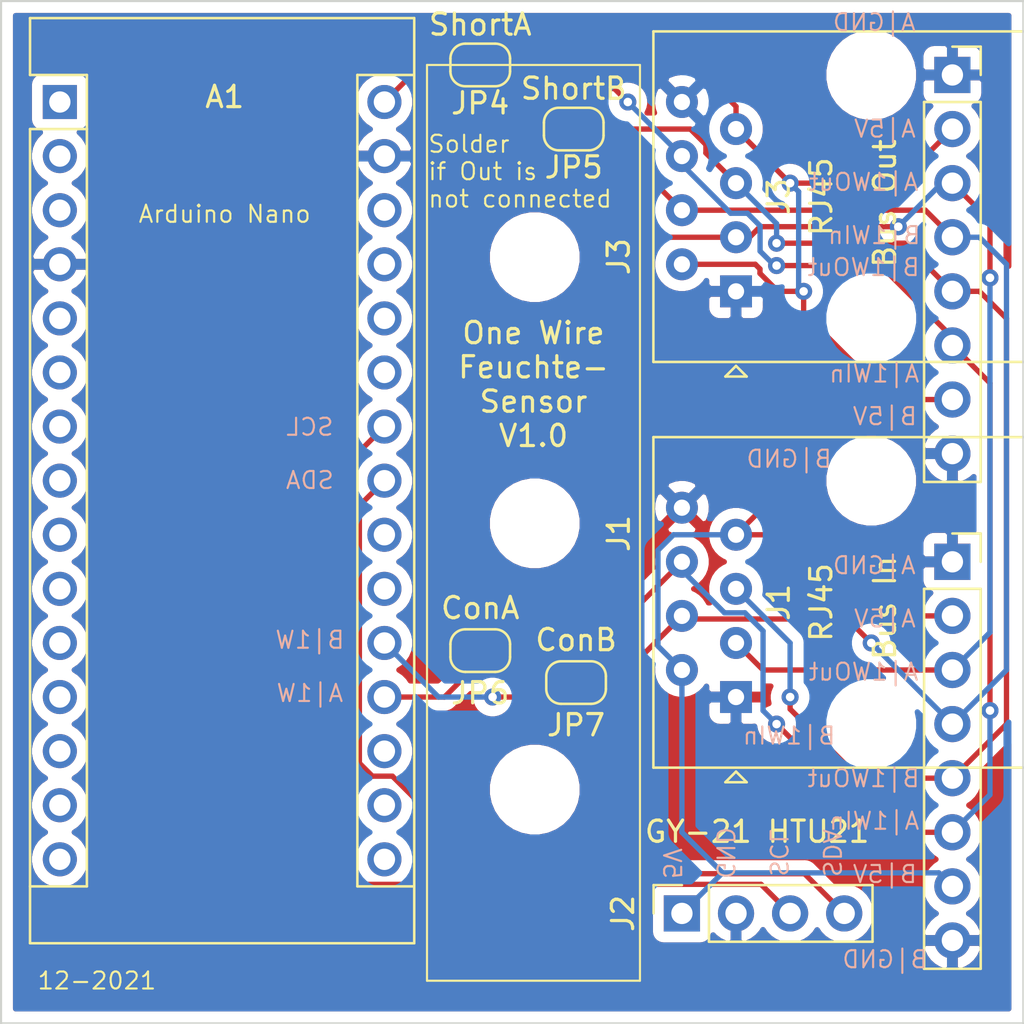
<source format=kicad_pcb>
(kicad_pcb (version 20171130) (host pcbnew 5.1.12-84ad8e8a86~92~ubuntu20.04.1)

  (general
    (thickness 1.6002)
    (drawings 38)
    (tracks 139)
    (zones 0)
    (modules 13)
    (nets 34)
  )

  (page A4)
  (title_block
    (rev 1)
  )

  (layers
    (0 Front signal hide)
    (31 Back signal hide)
    (34 B.Paste user)
    (35 F.Paste user)
    (36 B.SilkS user)
    (37 F.SilkS user)
    (38 B.Mask user)
    (39 F.Mask user)
    (44 Edge.Cuts user)
    (45 Margin user hide)
    (46 B.CrtYd user hide)
    (47 F.CrtYd user hide)
    (49 F.Fab user hide)
  )

  (setup
    (last_trace_width 0.25)
    (user_trace_width 0.1)
    (user_trace_width 0.2)
    (user_trace_width 0.5)
    (trace_clearance 0.25)
    (zone_clearance 0.508)
    (zone_45_only no)
    (trace_min 0.1)
    (via_size 0.8)
    (via_drill 0.4)
    (via_min_size 0.45)
    (via_min_drill 0.2)
    (user_via 0.45 0.2)
    (user_via 0.8 0.4)
    (uvia_size 0.8)
    (uvia_drill 0.4)
    (uvias_allowed no)
    (uvia_min_size 0)
    (uvia_min_drill 0)
    (edge_width 0.1)
    (segment_width 0.1)
    (pcb_text_width 0.3)
    (pcb_text_size 1.5 1.5)
    (mod_edge_width 0.1)
    (mod_text_size 0.8 0.8)
    (mod_text_width 0.1)
    (pad_size 1.524 1.524)
    (pad_drill 0.762)
    (pad_to_mask_clearance 0)
    (solder_mask_min_width 0.1)
    (aux_axis_origin 0 0)
    (visible_elements FFFFFF7F)
    (pcbplotparams
      (layerselection 0x010fc_ffffffff)
      (usegerberextensions false)
      (usegerberattributes false)
      (usegerberadvancedattributes false)
      (creategerberjobfile false)
      (excludeedgelayer true)
      (linewidth 0.152400)
      (plotframeref false)
      (viasonmask false)
      (mode 1)
      (useauxorigin false)
      (hpglpennumber 1)
      (hpglpenspeed 20)
      (hpglpendiameter 15.000000)
      (psnegative false)
      (psa4output false)
      (plotreference true)
      (plotvalue false)
      (plotinvisibletext false)
      (padsonsilk false)
      (subtractmaskfromsilk true)
      (outputformat 1)
      (mirror false)
      (drillshape 0)
      (scaleselection 1)
      (outputdirectory "./gerbers_for_aisler"))
  )

  (net 0 "")
  (net 1 "Net-(A1-Pad1)")
  (net 2 "Net-(A1-Pad17)")
  (net 3 "Net-(A1-Pad2)")
  (net 4 "Net-(A1-Pad18)")
  (net 5 "Net-(A1-Pad3)")
  (net 6 "Net-(A1-Pad5)")
  (net 7 "Net-(A1-Pad21)")
  (net 8 "Net-(A1-Pad6)")
  (net 9 "Net-(A1-Pad22)")
  (net 10 "Net-(A1-Pad7)")
  (net 11 /SDA)
  (net 12 "Net-(A1-Pad8)")
  (net 13 /SCL)
  (net 14 "Net-(A1-Pad9)")
  (net 15 "Net-(A1-Pad25)")
  (net 16 "Net-(A1-Pad10)")
  (net 17 "Net-(A1-Pad26)")
  (net 18 "Net-(A1-Pad11)")
  (net 19 "Net-(A1-Pad27)")
  (net 20 "Net-(A1-Pad12)")
  (net 21 "Net-(A1-Pad28)")
  (net 22 "Net-(A1-Pad13)")
  (net 23 "Net-(A1-Pad14)")
  (net 24 "Net-(A1-Pad15)")
  (net 25 "Net-(A1-Pad16)")
  (net 26 /2A-GND)
  (net 27 /2A-WireRueck)
  (net 28 /2B-WireRueck)
  (net 29 /2A-5V)
  (net 30 /2A-WireSensor)
  (net 31 /1Wire-A)
  (net 32 /1Wire-B)
  (net 33 /2B-WireSensor)

  (net_class Default "This is the default net class."
    (clearance 0.25)
    (trace_width 0.25)
    (via_dia 0.8)
    (via_drill 0.4)
    (uvia_dia 0.8)
    (uvia_drill 0.4)
    (diff_pair_width 0.25)
    (diff_pair_gap 0.25)
    (add_net /1Wire-A)
    (add_net /1Wire-B)
    (add_net /2A-5V)
    (add_net /2A-GND)
    (add_net /2A-WireRueck)
    (add_net /2A-WireSensor)
    (add_net /2B-WireRueck)
    (add_net /2B-WireSensor)
    (add_net /SCL)
    (add_net /SDA)
    (add_net "Net-(A1-Pad1)")
    (add_net "Net-(A1-Pad10)")
    (add_net "Net-(A1-Pad11)")
    (add_net "Net-(A1-Pad12)")
    (add_net "Net-(A1-Pad13)")
    (add_net "Net-(A1-Pad14)")
    (add_net "Net-(A1-Pad15)")
    (add_net "Net-(A1-Pad16)")
    (add_net "Net-(A1-Pad17)")
    (add_net "Net-(A1-Pad18)")
    (add_net "Net-(A1-Pad2)")
    (add_net "Net-(A1-Pad21)")
    (add_net "Net-(A1-Pad22)")
    (add_net "Net-(A1-Pad25)")
    (add_net "Net-(A1-Pad26)")
    (add_net "Net-(A1-Pad27)")
    (add_net "Net-(A1-Pad28)")
    (add_net "Net-(A1-Pad3)")
    (add_net "Net-(A1-Pad5)")
    (add_net "Net-(A1-Pad6)")
    (add_net "Net-(A1-Pad7)")
    (add_net "Net-(A1-Pad8)")
    (add_net "Net-(A1-Pad9)")
  )

  (net_class Min "This is the bare minimum allowed."
    (clearance 0.1)
    (trace_width 0.1)
    (via_dia 0.45)
    (via_drill 0.2)
    (uvia_dia 0.45)
    (uvia_drill 0.2)
    (diff_pair_width 0.12)
    (diff_pair_gap 0.12)
  )

  (module Module:Arduino_Nano (layer Front) (tedit 58ACAF70) (tstamp 61B017F0)
    (at 111.76 78.74)
    (descr "Arduino Nano, http://www.mouser.com/pdfdocs/Gravitech_Arduino_Nano3_0.pdf")
    (tags "Arduino Nano")
    (path /61AE8D93)
    (fp_text reference A1 (at 7.74 -0.24) (layer F.SilkS)
      (effects (font (size 1 1) (thickness 0.15)))
    )
    (fp_text value Arduino_Nano_v2.x (at 8.89 19.05 90) (layer F.Fab)
      (effects (font (size 1 1) (thickness 0.15)))
    )
    (fp_line (start 16.75 42.16) (end -1.53 42.16) (layer F.CrtYd) (width 0.05))
    (fp_line (start 16.75 42.16) (end 16.75 -4.06) (layer F.CrtYd) (width 0.05))
    (fp_line (start -1.53 -4.06) (end -1.53 42.16) (layer F.CrtYd) (width 0.05))
    (fp_line (start -1.53 -4.06) (end 16.75 -4.06) (layer F.CrtYd) (width 0.05))
    (fp_line (start 16.51 -3.81) (end 16.51 39.37) (layer F.Fab) (width 0.1))
    (fp_line (start 0 -3.81) (end 16.51 -3.81) (layer F.Fab) (width 0.1))
    (fp_line (start -1.27 -2.54) (end 0 -3.81) (layer F.Fab) (width 0.1))
    (fp_line (start -1.27 39.37) (end -1.27 -2.54) (layer F.Fab) (width 0.1))
    (fp_line (start 16.51 39.37) (end -1.27 39.37) (layer F.Fab) (width 0.1))
    (fp_line (start 16.64 -3.94) (end -1.4 -3.94) (layer F.SilkS) (width 0.12))
    (fp_line (start 16.64 39.5) (end 16.64 -3.94) (layer F.SilkS) (width 0.12))
    (fp_line (start -1.4 39.5) (end 16.64 39.5) (layer F.SilkS) (width 0.12))
    (fp_line (start 3.81 41.91) (end 3.81 31.75) (layer F.Fab) (width 0.1))
    (fp_line (start 11.43 41.91) (end 3.81 41.91) (layer F.Fab) (width 0.1))
    (fp_line (start 11.43 31.75) (end 11.43 41.91) (layer F.Fab) (width 0.1))
    (fp_line (start 3.81 31.75) (end 11.43 31.75) (layer F.Fab) (width 0.1))
    (fp_line (start 1.27 36.83) (end -1.4 36.83) (layer F.SilkS) (width 0.12))
    (fp_line (start 1.27 1.27) (end 1.27 36.83) (layer F.SilkS) (width 0.12))
    (fp_line (start 1.27 1.27) (end -1.4 1.27) (layer F.SilkS) (width 0.12))
    (fp_line (start 13.97 36.83) (end 16.64 36.83) (layer F.SilkS) (width 0.12))
    (fp_line (start 13.97 -1.27) (end 13.97 36.83) (layer F.SilkS) (width 0.12))
    (fp_line (start 13.97 -1.27) (end 16.64 -1.27) (layer F.SilkS) (width 0.12))
    (fp_line (start -1.4 -3.94) (end -1.4 -1.27) (layer F.SilkS) (width 0.12))
    (fp_line (start -1.4 1.27) (end -1.4 39.5) (layer F.SilkS) (width 0.12))
    (fp_line (start 1.27 -1.27) (end -1.4 -1.27) (layer F.SilkS) (width 0.12))
    (fp_line (start 1.27 1.27) (end 1.27 -1.27) (layer F.SilkS) (width 0.12))
    (fp_text user %R (at 6.35 19.05 90) (layer F.Fab)
      (effects (font (size 1 1) (thickness 0.15)))
    )
    (pad 1 thru_hole rect (at 0 0) (size 1.6 1.6) (drill 1) (layers *.Cu *.Mask)
      (net 1 "Net-(A1-Pad1)"))
    (pad 17 thru_hole oval (at 15.24 33.02) (size 1.6 1.6) (drill 1) (layers *.Cu *.Mask)
      (net 2 "Net-(A1-Pad17)"))
    (pad 2 thru_hole oval (at 0 2.54) (size 1.6 1.6) (drill 1) (layers *.Cu *.Mask)
      (net 3 "Net-(A1-Pad2)"))
    (pad 18 thru_hole oval (at 15.24 30.48) (size 1.6 1.6) (drill 1) (layers *.Cu *.Mask)
      (net 4 "Net-(A1-Pad18)"))
    (pad 3 thru_hole oval (at 0 5.08) (size 1.6 1.6) (drill 1) (layers *.Cu *.Mask)
      (net 5 "Net-(A1-Pad3)"))
    (pad 19 thru_hole oval (at 15.24 27.94) (size 1.6 1.6) (drill 1) (layers *.Cu *.Mask)
      (net 31 /1Wire-A))
    (pad 4 thru_hole oval (at 0 7.62) (size 1.6 1.6) (drill 1) (layers *.Cu *.Mask)
      (net 26 /2A-GND))
    (pad 20 thru_hole oval (at 15.24 25.4) (size 1.6 1.6) (drill 1) (layers *.Cu *.Mask)
      (net 32 /1Wire-B))
    (pad 5 thru_hole oval (at 0 10.16) (size 1.6 1.6) (drill 1) (layers *.Cu *.Mask)
      (net 6 "Net-(A1-Pad5)"))
    (pad 21 thru_hole oval (at 15.24 22.86) (size 1.6 1.6) (drill 1) (layers *.Cu *.Mask)
      (net 7 "Net-(A1-Pad21)"))
    (pad 6 thru_hole oval (at 0 12.7) (size 1.6 1.6) (drill 1) (layers *.Cu *.Mask)
      (net 8 "Net-(A1-Pad6)"))
    (pad 22 thru_hole oval (at 15.24 20.32) (size 1.6 1.6) (drill 1) (layers *.Cu *.Mask)
      (net 9 "Net-(A1-Pad22)"))
    (pad 7 thru_hole oval (at 0 15.24) (size 1.6 1.6) (drill 1) (layers *.Cu *.Mask)
      (net 10 "Net-(A1-Pad7)"))
    (pad 23 thru_hole oval (at 15.24 17.78) (size 1.6 1.6) (drill 1) (layers *.Cu *.Mask)
      (net 11 /SDA))
    (pad 8 thru_hole oval (at 0 17.78) (size 1.6 1.6) (drill 1) (layers *.Cu *.Mask)
      (net 12 "Net-(A1-Pad8)"))
    (pad 24 thru_hole oval (at 15.24 15.24) (size 1.6 1.6) (drill 1) (layers *.Cu *.Mask)
      (net 13 /SCL))
    (pad 9 thru_hole oval (at 0 20.32) (size 1.6 1.6) (drill 1) (layers *.Cu *.Mask)
      (net 14 "Net-(A1-Pad9)"))
    (pad 25 thru_hole oval (at 15.24 12.7) (size 1.6 1.6) (drill 1) (layers *.Cu *.Mask)
      (net 15 "Net-(A1-Pad25)"))
    (pad 10 thru_hole oval (at 0 22.86) (size 1.6 1.6) (drill 1) (layers *.Cu *.Mask)
      (net 16 "Net-(A1-Pad10)"))
    (pad 26 thru_hole oval (at 15.24 10.16) (size 1.6 1.6) (drill 1) (layers *.Cu *.Mask)
      (net 17 "Net-(A1-Pad26)"))
    (pad 11 thru_hole oval (at 0 25.4) (size 1.6 1.6) (drill 1) (layers *.Cu *.Mask)
      (net 18 "Net-(A1-Pad11)"))
    (pad 27 thru_hole oval (at 15.24 7.62) (size 1.6 1.6) (drill 1) (layers *.Cu *.Mask)
      (net 19 "Net-(A1-Pad27)"))
    (pad 12 thru_hole oval (at 0 27.94) (size 1.6 1.6) (drill 1) (layers *.Cu *.Mask)
      (net 20 "Net-(A1-Pad12)"))
    (pad 28 thru_hole oval (at 15.24 5.08) (size 1.6 1.6) (drill 1) (layers *.Cu *.Mask)
      (net 21 "Net-(A1-Pad28)"))
    (pad 13 thru_hole oval (at 0 30.48) (size 1.6 1.6) (drill 1) (layers *.Cu *.Mask)
      (net 22 "Net-(A1-Pad13)"))
    (pad 29 thru_hole oval (at 15.24 2.54) (size 1.6 1.6) (drill 1) (layers *.Cu *.Mask)
      (net 26 /2A-GND))
    (pad 14 thru_hole oval (at 0 33.02) (size 1.6 1.6) (drill 1) (layers *.Cu *.Mask)
      (net 23 "Net-(A1-Pad14)"))
    (pad 30 thru_hole oval (at 15.24 0) (size 1.6 1.6) (drill 1) (layers *.Cu *.Mask)
      (net 29 /2A-5V))
    (pad 15 thru_hole oval (at 0 35.56) (size 1.6 1.6) (drill 1) (layers *.Cu *.Mask)
      (net 24 "Net-(A1-Pad15)"))
    (pad 16 thru_hole oval (at 15.24 35.56) (size 1.6 1.6) (drill 1) (layers *.Cu *.Mask)
      (net 25 "Net-(A1-Pad16)"))
    (model ${KISYS3DMOD}/Module.3dshapes/Arduino_Nano_WithMountingHoles.wrl
      (at (xyz 0 0 0))
      (scale (xyz 1 1 1))
      (rotate (xyz 0 0 0))
    )
  )

  (module MountingHole:MountingHole_3.2mm_M3 (layer Front) (tedit 56D1B4CB) (tstamp 61B37F40)
    (at 134.06 86.025)
    (descr "Mounting Hole 3.2mm, no annular, M3")
    (tags "mounting hole 3.2mm no annular m3")
    (path /61B30BEC)
    (attr virtual)
    (fp_text reference H3 (at 0 -4.2) (layer F.SilkS) hide
      (effects (font (size 1 1) (thickness 0.15)))
    )
    (fp_text value MountingHole (at 0 4.2) (layer F.Fab) hide
      (effects (font (size 1 1) (thickness 0.15)))
    )
    (fp_circle (center 0 0) (end 3.2 0) (layer Cmts.User) (width 0.15))
    (fp_circle (center 0 0) (end 3.45 0) (layer F.CrtYd) (width 0.05))
    (fp_text user %R (at 0.3 0) (layer F.Fab)
      (effects (font (size 1 1) (thickness 0.15)))
    )
    (pad 1 np_thru_hole circle (at 0 0) (size 3.2 3.2) (drill 3.2) (layers *.Cu *.Mask))
  )

  (module MountingHole:MountingHole_3.2mm_M3 (layer Front) (tedit 56D1B4CB) (tstamp 61B37F07)
    (at 134.06 98.525)
    (descr "Mounting Hole 3.2mm, no annular, M3")
    (tags "mounting hole 3.2mm no annular m3")
    (path /61B3149B)
    (attr virtual)
    (fp_text reference H2 (at 0 -4.2) (layer F.SilkS) hide
      (effects (font (size 1 1) (thickness 0.15)))
    )
    (fp_text value MountingHole (at 0 4.2) (layer F.Fab) hide
      (effects (font (size 1 1) (thickness 0.15)))
    )
    (fp_circle (center 0 0) (end 3.45 0) (layer F.CrtYd) (width 0.05))
    (fp_circle (center 0 0) (end 3.2 0) (layer Cmts.User) (width 0.15))
    (fp_text user %R (at 0.3 0) (layer F.Fab)
      (effects (font (size 1 1) (thickness 0.15)))
    )
    (pad 1 np_thru_hole circle (at 0 0) (size 3.2 3.2) (drill 3.2) (layers *.Cu *.Mask))
  )

  (module MountingHole:MountingHole_3.2mm_M3 (layer Front) (tedit 56D1B4CB) (tstamp 61B37EF2)
    (at 134.06 111.025)
    (descr "Mounting Hole 3.2mm, no annular, M3")
    (tags "mounting hole 3.2mm no annular m3")
    (path /61B320C0)
    (attr virtual)
    (fp_text reference H1 (at 0 -4.2) (layer F.SilkS) hide
      (effects (font (size 1 1) (thickness 0.15)))
    )
    (fp_text value MountingHole (at 0 4.2) (layer F.Fab) hide
      (effects (font (size 1 1) (thickness 0.15)))
    )
    (fp_circle (center 0 0) (end 3.2 0) (layer Cmts.User) (width 0.15))
    (fp_circle (center 0 0) (end 3.45 0) (layer F.CrtYd) (width 0.05))
    (fp_text user %R (at 0.3 0) (layer F.Fab)
      (effects (font (size 1 1) (thickness 0.15)))
    )
    (pad 1 np_thru_hole circle (at 0 0) (size 3.2 3.2) (drill 3.2) (layers *.Cu *.Mask))
  )

  (module Connector_PinSocket_2.54mm:PinSocket_1x04_P2.54mm_Vertical (layer Front) (tedit 5A19A429) (tstamp 61B0182B)
    (at 140.97 116.84 90)
    (descr "Through hole straight socket strip, 1x04, 2.54mm pitch, single row (from Kicad 4.0.7), script generated")
    (tags "Through hole socket strip THT 1x04 2.54mm single row")
    (path /61AED8F8)
    (fp_text reference J2 (at 0 -2.77 90) (layer F.SilkS)
      (effects (font (size 1 1) (thickness 0.15)))
    )
    (fp_text value "GY-21 HTU21" (at 3.84 3.53 180) (layer F.SilkS)
      (effects (font (size 1 1) (thickness 0.15)))
    )
    (fp_line (start -1.8 9.4) (end -1.8 -1.8) (layer F.CrtYd) (width 0.05))
    (fp_line (start 1.75 9.4) (end -1.8 9.4) (layer F.CrtYd) (width 0.05))
    (fp_line (start 1.75 -1.8) (end 1.75 9.4) (layer F.CrtYd) (width 0.05))
    (fp_line (start -1.8 -1.8) (end 1.75 -1.8) (layer F.CrtYd) (width 0.05))
    (fp_line (start 0 -1.33) (end 1.33 -1.33) (layer F.SilkS) (width 0.12))
    (fp_line (start 1.33 -1.33) (end 1.33 0) (layer F.SilkS) (width 0.12))
    (fp_line (start 1.33 1.27) (end 1.33 8.95) (layer F.SilkS) (width 0.12))
    (fp_line (start -1.33 8.95) (end 1.33 8.95) (layer F.SilkS) (width 0.12))
    (fp_line (start -1.33 1.27) (end -1.33 8.95) (layer F.SilkS) (width 0.12))
    (fp_line (start -1.33 1.27) (end 1.33 1.27) (layer F.SilkS) (width 0.12))
    (fp_line (start -1.27 8.89) (end -1.27 -1.27) (layer F.Fab) (width 0.1))
    (fp_line (start 1.27 8.89) (end -1.27 8.89) (layer F.Fab) (width 0.1))
    (fp_line (start 1.27 -0.635) (end 1.27 8.89) (layer F.Fab) (width 0.1))
    (fp_line (start 0.635 -1.27) (end 1.27 -0.635) (layer F.Fab) (width 0.1))
    (fp_line (start -1.27 -1.27) (end 0.635 -1.27) (layer F.Fab) (width 0.1))
    (fp_text user %R (at 0 3.81) (layer F.Fab)
      (effects (font (size 1 1) (thickness 0.15)))
    )
    (pad 1 thru_hole rect (at 0 0 90) (size 1.7 1.7) (drill 1) (layers *.Cu *.Mask)
      (net 29 /2A-5V))
    (pad 2 thru_hole oval (at 0 2.54 90) (size 1.7 1.7) (drill 1) (layers *.Cu *.Mask)
      (net 26 /2A-GND))
    (pad 3 thru_hole oval (at 0 5.08 90) (size 1.7 1.7) (drill 1) (layers *.Cu *.Mask)
      (net 13 /SCL))
    (pad 4 thru_hole oval (at 0 7.62 90) (size 1.7 1.7) (drill 1) (layers *.Cu *.Mask)
      (net 11 /SDA))
    (model ${KISYS3DMOD}/Connector_PinSocket_2.54mm.3dshapes/PinSocket_1x04_P2.54mm_Vertical.wrl
      (at (xyz 0 0 0))
      (scale (xyz 1 1 1))
      (rotate (xyz 0 0 0))
    )
  )

  (module Connector_RJ:RJ45_Amphenol_54602-x08_Horizontal (layer Front) (tedit 5B103613) (tstamp 61B0184A)
    (at 143.51 87.63 90)
    (descr "8 Pol Shallow Latch Connector, Modjack, RJ45 (https://cdn.amphenol-icc.com/media/wysiwyg/files/drawing/c-bmj-0102.pdf)")
    (tags RJ45)
    (path /61B118EE)
    (fp_text reference J3 (at 1.63 -5.51 90) (layer F.SilkS)
      (effects (font (size 1 1) (thickness 0.15)))
    )
    (fp_text value RJ45 (at 4.445 4 90) (layer F.SilkS)
      (effects (font (size 1 1) (thickness 0.15)))
    )
    (fp_line (start 12.6 14.47) (end -3.71 14.47) (layer F.CrtYd) (width 0.05))
    (fp_line (start 12.6 14.47) (end 12.6 -4.27) (layer F.CrtYd) (width 0.05))
    (fp_line (start -3.71 -4.27) (end -3.71 14.47) (layer F.CrtYd) (width 0.05))
    (fp_line (start -3.71 -4.27) (end 12.6 -4.27) (layer F.CrtYd) (width 0.05))
    (fp_line (start -3.315 -3.88) (end -3.315 14.08) (layer F.SilkS) (width 0.12))
    (fp_line (start 12.205 -3.88) (end -3.315 -3.88) (layer F.SilkS) (width 0.12))
    (fp_line (start 12.205 -3.88) (end 12.205 14.08) (layer F.SilkS) (width 0.12))
    (fp_line (start -3.315 14.08) (end 12.205 14.08) (layer F.SilkS) (width 0.12))
    (fp_line (start -3.205 -2.77) (end -2.205 -3.77) (layer F.Fab) (width 0.12))
    (fp_line (start -2.205 -3.77) (end 12.095 -3.77) (layer F.Fab) (width 0.12))
    (fp_line (start 12.095 -3.77) (end 12.095 13.97) (layer F.Fab) (width 0.12))
    (fp_line (start 12.095 13.97) (end -3.205 13.97) (layer F.Fab) (width 0.12))
    (fp_line (start -3.205 13.97) (end -3.205 -2.77) (layer F.Fab) (width 0.12))
    (fp_line (start -3.5 0) (end -4 -0.5) (layer F.SilkS) (width 0.12))
    (fp_line (start -4 -0.5) (end -4 0.5) (layer F.SilkS) (width 0.12))
    (fp_line (start -4 0.5) (end -3.5 0) (layer F.SilkS) (width 0.12))
    (fp_text user %R (at 4.445 2 90) (layer F.SilkS)
      (effects (font (size 1 1) (thickness 0.15)))
    )
    (pad "" np_thru_hole circle (at 10.16 6.35 90) (size 3.2 3.2) (drill 3.2) (layers *.Cu *.Mask))
    (pad "" np_thru_hole circle (at -1.27 6.35 90) (size 3.2 3.2) (drill 3.2) (layers *.Cu *.Mask))
    (pad 1 thru_hole rect (at 0 0 90) (size 1.5 1.5) (drill 0.76) (layers *.Cu *.Mask)
      (net 26 /2A-GND))
    (pad 2 thru_hole circle (at 1.27 -2.54 90) (size 1.5 1.5) (drill 0.76) (layers *.Cu *.Mask)
      (net 29 /2A-5V))
    (pad 3 thru_hole circle (at 2.54 0 90) (size 1.5 1.5) (drill 0.76) (layers *.Cu *.Mask)
      (net 27 /2A-WireRueck))
    (pad 4 thru_hole circle (at 3.81 -2.54 90) (size 1.5 1.5) (drill 0.76) (layers *.Cu *.Mask)
      (net 33 /2B-WireSensor))
    (pad 5 thru_hole circle (at 5.08 0 90) (size 1.5 1.5) (drill 0.76) (layers *.Cu *.Mask)
      (net 28 /2B-WireRueck))
    (pad 6 thru_hole circle (at 6.35 -2.54 90) (size 1.5 1.5) (drill 0.76) (layers *.Cu *.Mask)
      (net 30 /2A-WireSensor))
    (pad 7 thru_hole circle (at 7.62 0 90) (size 1.5 1.5) (drill 0.76) (layers *.Cu *.Mask)
      (net 29 /2A-5V))
    (pad 8 thru_hole circle (at 8.89 -2.54 90) (size 1.5 1.5) (drill 0.76) (layers *.Cu *.Mask)
      (net 26 /2A-GND))
    (model ${KISYS3DMOD}/Connector_RJ.3dshapes/RJ45_Amphenol_54602-x08_Horizontal.wrl
      (at (xyz 0 0 0))
      (scale (xyz 1 1 1))
      (rotate (xyz 0 0 0))
    )
  )

  (module Jumper:SolderJumper-2_P1.3mm_Open_RoundedPad1.0x1.5mm (layer Front) (tedit 5B391E66) (tstamp 61B0185C)
    (at 131.5 77 180)
    (descr "SMD Solder Jumper, 1x1.5mm, rounded Pads, 0.3mm gap, open")
    (tags "solder jumper open")
    (path /61B2264C)
    (attr virtual)
    (fp_text reference JP4 (at 0 -1.8) (layer F.SilkS)
      (effects (font (size 1 1) (thickness 0.15)))
    )
    (fp_text value ShortA (at 0 1.9) (layer F.SilkS)
      (effects (font (size 1 1) (thickness 0.15)))
    )
    (fp_line (start -1.4 0.3) (end -1.4 -0.3) (layer F.SilkS) (width 0.12))
    (fp_line (start 0.7 1) (end -0.7 1) (layer F.SilkS) (width 0.12))
    (fp_line (start 1.4 -0.3) (end 1.4 0.3) (layer F.SilkS) (width 0.12))
    (fp_line (start -0.7 -1) (end 0.7 -1) (layer F.SilkS) (width 0.12))
    (fp_line (start -1.65 -1.25) (end 1.65 -1.25) (layer F.CrtYd) (width 0.05))
    (fp_line (start -1.65 -1.25) (end -1.65 1.25) (layer F.CrtYd) (width 0.05))
    (fp_line (start 1.65 1.25) (end 1.65 -1.25) (layer F.CrtYd) (width 0.05))
    (fp_line (start 1.65 1.25) (end -1.65 1.25) (layer F.CrtYd) (width 0.05))
    (fp_arc (start -0.7 -0.3) (end -0.7 -1) (angle -90) (layer F.SilkS) (width 0.12))
    (fp_arc (start -0.7 0.3) (end -1.4 0.3) (angle -90) (layer F.SilkS) (width 0.12))
    (fp_arc (start 0.7 0.3) (end 0.7 1) (angle -90) (layer F.SilkS) (width 0.12))
    (fp_arc (start 0.7 -0.3) (end 1.4 -0.3) (angle -90) (layer F.SilkS) (width 0.12))
    (pad 2 smd custom (at 0.65 0 180) (size 1 0.5) (layers Front F.Mask)
      (net 27 /2A-WireRueck) (zone_connect 2)
      (options (clearance outline) (anchor rect))
      (primitives
        (gr_circle (center 0 0.25) (end 0.5 0.25) (width 0))
        (gr_circle (center 0 -0.25) (end 0.5 -0.25) (width 0))
        (gr_poly (pts
           (xy 0 -0.75) (xy -0.5 -0.75) (xy -0.5 0.75) (xy 0 0.75)) (width 0))
      ))
    (pad 1 smd custom (at -0.65 0 180) (size 1 0.5) (layers Front F.Mask)
      (net 30 /2A-WireSensor) (zone_connect 2)
      (options (clearance outline) (anchor rect))
      (primitives
        (gr_circle (center 0 0.25) (end 0.5 0.25) (width 0))
        (gr_circle (center 0 -0.25) (end 0.5 -0.25) (width 0))
        (gr_poly (pts
           (xy 0 -0.75) (xy 0.5 -0.75) (xy 0.5 0.75) (xy 0 0.75)) (width 0))
      ))
  )

  (module Jumper:SolderJumper-2_P1.3mm_Open_RoundedPad1.0x1.5mm (layer Front) (tedit 5B391E66) (tstamp 61B0186E)
    (at 135.89 80.01 180)
    (descr "SMD Solder Jumper, 1x1.5mm, rounded Pads, 0.3mm gap, open")
    (tags "solder jumper open")
    (path /61B1D460)
    (attr virtual)
    (fp_text reference JP5 (at 0 -1.8) (layer F.SilkS)
      (effects (font (size 1 1) (thickness 0.15)))
    )
    (fp_text value ShortB (at 0 1.9) (layer F.SilkS)
      (effects (font (size 1 1) (thickness 0.15)))
    )
    (fp_line (start 1.65 1.25) (end -1.65 1.25) (layer F.CrtYd) (width 0.05))
    (fp_line (start 1.65 1.25) (end 1.65 -1.25) (layer F.CrtYd) (width 0.05))
    (fp_line (start -1.65 -1.25) (end -1.65 1.25) (layer F.CrtYd) (width 0.05))
    (fp_line (start -1.65 -1.25) (end 1.65 -1.25) (layer F.CrtYd) (width 0.05))
    (fp_line (start -0.7 -1) (end 0.7 -1) (layer F.SilkS) (width 0.12))
    (fp_line (start 1.4 -0.3) (end 1.4 0.3) (layer F.SilkS) (width 0.12))
    (fp_line (start 0.7 1) (end -0.7 1) (layer F.SilkS) (width 0.12))
    (fp_line (start -1.4 0.3) (end -1.4 -0.3) (layer F.SilkS) (width 0.12))
    (fp_arc (start 0.7 -0.3) (end 1.4 -0.3) (angle -90) (layer F.SilkS) (width 0.12))
    (fp_arc (start 0.7 0.3) (end 0.7 1) (angle -90) (layer F.SilkS) (width 0.12))
    (fp_arc (start -0.7 0.3) (end -1.4 0.3) (angle -90) (layer F.SilkS) (width 0.12))
    (fp_arc (start -0.7 -0.3) (end -0.7 -1) (angle -90) (layer F.SilkS) (width 0.12))
    (pad 1 smd custom (at -0.65 0 180) (size 1 0.5) (layers Front F.Mask)
      (net 28 /2B-WireRueck) (zone_connect 2)
      (options (clearance outline) (anchor rect))
      (primitives
        (gr_circle (center 0 0.25) (end 0.5 0.25) (width 0))
        (gr_circle (center 0 -0.25) (end 0.5 -0.25) (width 0))
        (gr_poly (pts
           (xy 0 -0.75) (xy 0.5 -0.75) (xy 0.5 0.75) (xy 0 0.75)) (width 0))
      ))
    (pad 2 smd custom (at 0.65 0 180) (size 1 0.5) (layers Front F.Mask)
      (net 33 /2B-WireSensor) (zone_connect 2)
      (options (clearance outline) (anchor rect))
      (primitives
        (gr_circle (center 0 0.25) (end 0.5 0.25) (width 0))
        (gr_circle (center 0 -0.25) (end 0.5 -0.25) (width 0))
        (gr_poly (pts
           (xy 0 -0.75) (xy -0.5 -0.75) (xy -0.5 0.75) (xy 0 0.75)) (width 0))
      ))
  )

  (module Connector_RJ:RJ45_Amphenol_54602-x08_Horizontal (layer Front) (tedit 5B103613) (tstamp 61B01B65)
    (at 143.51 106.68 90)
    (descr "8 Pol Shallow Latch Connector, Modjack, RJ45 (https://cdn.amphenol-icc.com/media/wysiwyg/files/drawing/c-bmj-0102.pdf)")
    (tags RJ45)
    (path /61AEC3EF)
    (fp_text reference J1 (at 7.68 -5.51 90) (layer F.SilkS)
      (effects (font (size 1 1) (thickness 0.15)))
    )
    (fp_text value RJ45 (at 4.445 4 90) (layer F.SilkS)
      (effects (font (size 1 1) (thickness 0.15)))
    )
    (fp_line (start 12.6 14.47) (end -3.71 14.47) (layer F.CrtYd) (width 0.05))
    (fp_line (start 12.6 14.47) (end 12.6 -4.27) (layer F.CrtYd) (width 0.05))
    (fp_line (start -3.71 -4.27) (end -3.71 14.47) (layer F.CrtYd) (width 0.05))
    (fp_line (start -3.71 -4.27) (end 12.6 -4.27) (layer F.CrtYd) (width 0.05))
    (fp_line (start -3.315 -3.88) (end -3.315 14.08) (layer F.SilkS) (width 0.12))
    (fp_line (start 12.205 -3.88) (end -3.315 -3.88) (layer F.SilkS) (width 0.12))
    (fp_line (start 12.205 -3.88) (end 12.205 14.08) (layer F.SilkS) (width 0.12))
    (fp_line (start -3.315 14.08) (end 12.205 14.08) (layer F.SilkS) (width 0.12))
    (fp_line (start -3.205 -2.77) (end -2.205 -3.77) (layer F.Fab) (width 0.12))
    (fp_line (start -2.205 -3.77) (end 12.095 -3.77) (layer F.Fab) (width 0.12))
    (fp_line (start 12.095 -3.77) (end 12.095 13.97) (layer F.Fab) (width 0.12))
    (fp_line (start 12.095 13.97) (end -3.205 13.97) (layer F.Fab) (width 0.12))
    (fp_line (start -3.205 13.97) (end -3.205 -2.77) (layer F.Fab) (width 0.12))
    (fp_line (start -3.5 0) (end -4 -0.5) (layer F.SilkS) (width 0.12))
    (fp_line (start -4 -0.5) (end -4 0.5) (layer F.SilkS) (width 0.12))
    (fp_line (start -4 0.5) (end -3.5 0) (layer F.SilkS) (width 0.12))
    (fp_text user %R (at 4.445 2 90) (layer F.SilkS)
      (effects (font (size 1 1) (thickness 0.15)))
    )
    (pad "" np_thru_hole circle (at 10.16 6.35 90) (size 3.2 3.2) (drill 3.2) (layers *.Cu *.Mask))
    (pad "" np_thru_hole circle (at -1.27 6.35 90) (size 3.2 3.2) (drill 3.2) (layers *.Cu *.Mask))
    (pad 1 thru_hole rect (at 0 0 90) (size 1.5 1.5) (drill 0.76) (layers *.Cu *.Mask)
      (net 26 /2A-GND))
    (pad 2 thru_hole circle (at 1.27 -2.54 90) (size 1.5 1.5) (drill 0.76) (layers *.Cu *.Mask)
      (net 29 /2A-5V))
    (pad 3 thru_hole circle (at 2.54 0 90) (size 1.5 1.5) (drill 0.76) (layers *.Cu *.Mask)
      (net 27 /2A-WireRueck))
    (pad 4 thru_hole circle (at 3.81 -2.54 90) (size 1.5 1.5) (drill 0.76) (layers *.Cu *.Mask)
      (net 33 /2B-WireSensor))
    (pad 5 thru_hole circle (at 5.08 0 90) (size 1.5 1.5) (drill 0.76) (layers *.Cu *.Mask)
      (net 28 /2B-WireRueck))
    (pad 6 thru_hole circle (at 6.35 -2.54 90) (size 1.5 1.5) (drill 0.76) (layers *.Cu *.Mask)
      (net 30 /2A-WireSensor))
    (pad 7 thru_hole circle (at 7.62 0 90) (size 1.5 1.5) (drill 0.76) (layers *.Cu *.Mask)
      (net 29 /2A-5V))
    (pad 8 thru_hole circle (at 8.89 -2.54 90) (size 1.5 1.5) (drill 0.76) (layers *.Cu *.Mask)
      (net 26 /2A-GND))
    (model ${KISYS3DMOD}/Connector_RJ.3dshapes/RJ45_Amphenol_54602-x08_Horizontal.wrl
      (at (xyz 0 0 0))
      (scale (xyz 1 1 1))
      (rotate (xyz 0 0 0))
    )
  )

  (module Connector_PinSocket_2.54mm:PinSocket_1x08_P2.54mm_Vertical (layer Front) (tedit 5A19A420) (tstamp 61B3760B)
    (at 153.67 100.33)
    (descr "Through hole straight socket strip, 1x08, 2.54mm pitch, single row (from Kicad 4.0.7), script generated")
    (tags "Through hole socket strip THT 1x08 2.54mm single row")
    (path /61B93101)
    (fp_text reference J11 (at 0 -2.77) (layer F.SilkS) hide
      (effects (font (size 1 1) (thickness 0.15)))
    )
    (fp_text value "Bus In" (at -3.17 2.17 90) (layer F.SilkS)
      (effects (font (size 1 1) (thickness 0.15)))
    )
    (fp_line (start -1.8 19.55) (end -1.8 -1.8) (layer F.CrtYd) (width 0.05))
    (fp_line (start 1.75 19.55) (end -1.8 19.55) (layer F.CrtYd) (width 0.05))
    (fp_line (start 1.75 -1.8) (end 1.75 19.55) (layer F.CrtYd) (width 0.05))
    (fp_line (start -1.8 -1.8) (end 1.75 -1.8) (layer F.CrtYd) (width 0.05))
    (fp_line (start 0 -1.33) (end 1.33 -1.33) (layer F.SilkS) (width 0.12))
    (fp_line (start 1.33 -1.33) (end 1.33 0) (layer F.SilkS) (width 0.12))
    (fp_line (start 1.33 1.27) (end 1.33 19.11) (layer F.SilkS) (width 0.12))
    (fp_line (start -1.33 19.11) (end 1.33 19.11) (layer F.SilkS) (width 0.12))
    (fp_line (start -1.33 1.27) (end -1.33 19.11) (layer F.SilkS) (width 0.12))
    (fp_line (start -1.33 1.27) (end 1.33 1.27) (layer F.SilkS) (width 0.12))
    (fp_line (start -1.27 19.05) (end -1.27 -1.27) (layer F.Fab) (width 0.1))
    (fp_line (start 1.27 19.05) (end -1.27 19.05) (layer F.Fab) (width 0.1))
    (fp_line (start 1.27 -0.635) (end 1.27 19.05) (layer F.Fab) (width 0.1))
    (fp_line (start 0.635 -1.27) (end 1.27 -0.635) (layer F.Fab) (width 0.1))
    (fp_line (start -1.27 -1.27) (end 0.635 -1.27) (layer F.Fab) (width 0.1))
    (fp_text user %R (at 0 8.89 90) (layer F.Fab)
      (effects (font (size 1 1) (thickness 0.15)))
    )
    (pad 8 thru_hole oval (at 0 17.78) (size 1.7 1.7) (drill 1) (layers *.Cu *.Mask)
      (net 26 /2A-GND))
    (pad 7 thru_hole oval (at 0 15.24) (size 1.7 1.7) (drill 1) (layers *.Cu *.Mask)
      (net 29 /2A-5V))
    (pad 6 thru_hole oval (at 0 12.7) (size 1.7 1.7) (drill 1) (layers *.Cu *.Mask)
      (net 30 /2A-WireSensor))
    (pad 5 thru_hole oval (at 0 10.16) (size 1.7 1.7) (drill 1) (layers *.Cu *.Mask)
      (net 28 /2B-WireRueck))
    (pad 4 thru_hole oval (at 0 7.62) (size 1.7 1.7) (drill 1) (layers *.Cu *.Mask)
      (net 33 /2B-WireSensor))
    (pad 3 thru_hole oval (at 0 5.08) (size 1.7 1.7) (drill 1) (layers *.Cu *.Mask)
      (net 27 /2A-WireRueck))
    (pad 2 thru_hole oval (at 0 2.54) (size 1.7 1.7) (drill 1) (layers *.Cu *.Mask)
      (net 29 /2A-5V))
    (pad 1 thru_hole rect (at 0 0) (size 1.7 1.7) (drill 1) (layers *.Cu *.Mask)
      (net 26 /2A-GND))
    (model ${KISYS3DMOD}/Connector_PinSocket_2.54mm.3dshapes/PinSocket_1x08_P2.54mm_Vertical.wrl
      (at (xyz 0 0 0))
      (scale (xyz 1 1 1))
      (rotate (xyz 0 0 0))
    )
  )

  (module Connector_PinSocket_2.54mm:PinSocket_1x08_P2.54mm_Vertical (layer Front) (tedit 5A19A420) (tstamp 61B37627)
    (at 153.67 77.47)
    (descr "Through hole straight socket strip, 1x08, 2.54mm pitch, single row (from Kicad 4.0.7), script generated")
    (tags "Through hole socket strip THT 1x08 2.54mm single row")
    (path /61B7FF5B)
    (fp_text reference J33 (at 0 -2.77) (layer F.SilkS) hide
      (effects (font (size 1 1) (thickness 0.15)))
    )
    (fp_text value "Bus Out" (at -3.17 6.03 90) (layer F.SilkS)
      (effects (font (size 1 1) (thickness 0.15)))
    )
    (fp_line (start -1.27 -1.27) (end 0.635 -1.27) (layer F.Fab) (width 0.1))
    (fp_line (start 0.635 -1.27) (end 1.27 -0.635) (layer F.Fab) (width 0.1))
    (fp_line (start 1.27 -0.635) (end 1.27 19.05) (layer F.Fab) (width 0.1))
    (fp_line (start 1.27 19.05) (end -1.27 19.05) (layer F.Fab) (width 0.1))
    (fp_line (start -1.27 19.05) (end -1.27 -1.27) (layer F.Fab) (width 0.1))
    (fp_line (start -1.33 1.27) (end 1.33 1.27) (layer F.SilkS) (width 0.12))
    (fp_line (start -1.33 1.27) (end -1.33 19.11) (layer F.SilkS) (width 0.12))
    (fp_line (start -1.33 19.11) (end 1.33 19.11) (layer F.SilkS) (width 0.12))
    (fp_line (start 1.33 1.27) (end 1.33 19.11) (layer F.SilkS) (width 0.12))
    (fp_line (start 1.33 -1.33) (end 1.33 0) (layer F.SilkS) (width 0.12))
    (fp_line (start 0 -1.33) (end 1.33 -1.33) (layer F.SilkS) (width 0.12))
    (fp_line (start -1.8 -1.8) (end 1.75 -1.8) (layer F.CrtYd) (width 0.05))
    (fp_line (start 1.75 -1.8) (end 1.75 19.55) (layer F.CrtYd) (width 0.05))
    (fp_line (start 1.75 19.55) (end -1.8 19.55) (layer F.CrtYd) (width 0.05))
    (fp_line (start -1.8 19.55) (end -1.8 -1.8) (layer F.CrtYd) (width 0.05))
    (fp_text user %R (at 0 8.89 90) (layer F.Fab)
      (effects (font (size 1 1) (thickness 0.15)))
    )
    (pad 1 thru_hole rect (at 0 0) (size 1.7 1.7) (drill 1) (layers *.Cu *.Mask)
      (net 26 /2A-GND))
    (pad 2 thru_hole oval (at 0 2.54) (size 1.7 1.7) (drill 1) (layers *.Cu *.Mask)
      (net 29 /2A-5V))
    (pad 3 thru_hole oval (at 0 5.08) (size 1.7 1.7) (drill 1) (layers *.Cu *.Mask)
      (net 27 /2A-WireRueck))
    (pad 4 thru_hole oval (at 0 7.62) (size 1.7 1.7) (drill 1) (layers *.Cu *.Mask)
      (net 33 /2B-WireSensor))
    (pad 5 thru_hole oval (at 0 10.16) (size 1.7 1.7) (drill 1) (layers *.Cu *.Mask)
      (net 28 /2B-WireRueck))
    (pad 6 thru_hole oval (at 0 12.7) (size 1.7 1.7) (drill 1) (layers *.Cu *.Mask)
      (net 30 /2A-WireSensor))
    (pad 7 thru_hole oval (at 0 15.24) (size 1.7 1.7) (drill 1) (layers *.Cu *.Mask)
      (net 29 /2A-5V))
    (pad 8 thru_hole oval (at 0 17.78) (size 1.7 1.7) (drill 1) (layers *.Cu *.Mask)
      (net 26 /2A-GND))
    (model ${KISYS3DMOD}/Connector_PinSocket_2.54mm.3dshapes/PinSocket_1x08_P2.54mm_Vertical.wrl
      (at (xyz 0 0 0))
      (scale (xyz 1 1 1))
      (rotate (xyz 0 0 0))
    )
  )

  (module Jumper:SolderJumper-2_P1.3mm_Open_RoundedPad1.0x1.5mm (layer Front) (tedit 5B391E66) (tstamp 61B37639)
    (at 131.5 104.5)
    (descr "SMD Solder Jumper, 1x1.5mm, rounded Pads, 0.3mm gap, open")
    (tags "solder jumper open")
    (path /61B52F36)
    (attr virtual)
    (fp_text reference JP6 (at 0 2) (layer F.SilkS)
      (effects (font (size 1 1) (thickness 0.15)))
    )
    (fp_text value ConA (at 0 -2) (layer F.SilkS)
      (effects (font (size 1 1) (thickness 0.15)))
    )
    (fp_line (start -1.4 0.3) (end -1.4 -0.3) (layer F.SilkS) (width 0.12))
    (fp_line (start 0.7 1) (end -0.7 1) (layer F.SilkS) (width 0.12))
    (fp_line (start 1.4 -0.3) (end 1.4 0.3) (layer F.SilkS) (width 0.12))
    (fp_line (start -0.7 -1) (end 0.7 -1) (layer F.SilkS) (width 0.12))
    (fp_line (start -1.65 -1.25) (end 1.65 -1.25) (layer F.CrtYd) (width 0.05))
    (fp_line (start -1.65 -1.25) (end -1.65 1.25) (layer F.CrtYd) (width 0.05))
    (fp_line (start 1.65 1.25) (end 1.65 -1.25) (layer F.CrtYd) (width 0.05))
    (fp_line (start 1.65 1.25) (end -1.65 1.25) (layer F.CrtYd) (width 0.05))
    (fp_arc (start 0.7 -0.3) (end 1.4 -0.3) (angle -90) (layer F.SilkS) (width 0.12))
    (fp_arc (start 0.7 0.3) (end 0.7 1) (angle -90) (layer F.SilkS) (width 0.12))
    (fp_arc (start -0.7 0.3) (end -1.4 0.3) (angle -90) (layer F.SilkS) (width 0.12))
    (fp_arc (start -0.7 -0.3) (end -0.7 -1) (angle -90) (layer F.SilkS) (width 0.12))
    (pad 1 smd custom (at -0.65 0) (size 1 0.5) (layers Front F.Mask)
      (net 31 /1Wire-A) (zone_connect 2)
      (options (clearance outline) (anchor rect))
      (primitives
        (gr_circle (center 0 0.25) (end 0.5 0.25) (width 0))
        (gr_circle (center 0 -0.25) (end 0.5 -0.25) (width 0))
        (gr_poly (pts
           (xy 0 -0.75) (xy 0.5 -0.75) (xy 0.5 0.75) (xy 0 0.75)) (width 0))
      ))
    (pad 2 smd custom (at 0.65 0) (size 1 0.5) (layers Front F.Mask)
      (net 30 /2A-WireSensor) (zone_connect 2)
      (options (clearance outline) (anchor rect))
      (primitives
        (gr_circle (center 0 0.25) (end 0.5 0.25) (width 0))
        (gr_circle (center 0 -0.25) (end 0.5 -0.25) (width 0))
        (gr_poly (pts
           (xy 0 -0.75) (xy -0.5 -0.75) (xy -0.5 0.75) (xy 0 0.75)) (width 0))
      ))
  )

  (module Jumper:SolderJumper-2_P1.3mm_Open_RoundedPad1.0x1.5mm (layer Front) (tedit 5B391E66) (tstamp 61B3764B)
    (at 136 106 180)
    (descr "SMD Solder Jumper, 1x1.5mm, rounded Pads, 0.3mm gap, open")
    (tags "solder jumper open")
    (path /61B54549)
    (attr virtual)
    (fp_text reference JP7 (at 0 -2) (layer F.SilkS)
      (effects (font (size 1 1) (thickness 0.15)))
    )
    (fp_text value ConB (at 0 2) (layer F.SilkS)
      (effects (font (size 1 1) (thickness 0.15)))
    )
    (fp_line (start 1.65 1.25) (end -1.65 1.25) (layer F.CrtYd) (width 0.05))
    (fp_line (start 1.65 1.25) (end 1.65 -1.25) (layer F.CrtYd) (width 0.05))
    (fp_line (start -1.65 -1.25) (end -1.65 1.25) (layer F.CrtYd) (width 0.05))
    (fp_line (start -1.65 -1.25) (end 1.65 -1.25) (layer F.CrtYd) (width 0.05))
    (fp_line (start -0.7 -1) (end 0.7 -1) (layer F.SilkS) (width 0.12))
    (fp_line (start 1.4 -0.3) (end 1.4 0.3) (layer F.SilkS) (width 0.12))
    (fp_line (start 0.7 1) (end -0.7 1) (layer F.SilkS) (width 0.12))
    (fp_line (start -1.4 0.3) (end -1.4 -0.3) (layer F.SilkS) (width 0.12))
    (fp_arc (start -0.7 -0.3) (end -0.7 -1) (angle -90) (layer F.SilkS) (width 0.12))
    (fp_arc (start -0.7 0.3) (end -1.4 0.3) (angle -90) (layer F.SilkS) (width 0.12))
    (fp_arc (start 0.7 0.3) (end 0.7 1) (angle -90) (layer F.SilkS) (width 0.12))
    (fp_arc (start 0.7 -0.3) (end 1.4 -0.3) (angle -90) (layer F.SilkS) (width 0.12))
    (pad 2 smd custom (at 0.65 0 180) (size 1 0.5) (layers Front F.Mask)
      (net 32 /1Wire-B) (zone_connect 2)
      (options (clearance outline) (anchor rect))
      (primitives
        (gr_circle (center 0 0.25) (end 0.5 0.25) (width 0))
        (gr_circle (center 0 -0.25) (end 0.5 -0.25) (width 0))
        (gr_poly (pts
           (xy 0 -0.75) (xy -0.5 -0.75) (xy -0.5 0.75) (xy 0 0.75)) (width 0))
      ))
    (pad 1 smd custom (at -0.65 0 180) (size 1 0.5) (layers Front F.Mask)
      (net 33 /2B-WireSensor) (zone_connect 2)
      (options (clearance outline) (anchor rect))
      (primitives
        (gr_circle (center 0 0.25) (end 0.5 0.25) (width 0))
        (gr_circle (center 0 -0.25) (end 0.5 -0.25) (width 0))
        (gr_poly (pts
           (xy 0 -0.75) (xy 0.5 -0.75) (xy 0.5 0.75) (xy 0 0.75)) (width 0))
      ))
  )

  (gr_text "Solder\nif Out is \nnot connected" (at 129 82) (layer F.SilkS)
    (effects (font (size 0.8 0.8) (thickness 0.1)) (justify left))
  )
  (gr_text B|1W (at 123.5 104) (layer B.SilkS)
    (effects (font (size 0.8 0.8) (thickness 0.1)) (justify mirror))
  )
  (gr_text A|1W (at 123.5 106.5) (layer B.SilkS)
    (effects (font (size 0.8 0.8) (thickness 0.1)) (justify mirror))
  )
  (gr_text SDA (at 123.5 96.5) (layer B.SilkS)
    (effects (font (size 0.8 0.8) (thickness 0.1)) (justify mirror))
  )
  (gr_text SCL (at 123.5 94) (layer B.SilkS)
    (effects (font (size 0.8 0.8) (thickness 0.1)) (justify mirror))
  )
  (gr_text B|1WOut (at 149.5 86.5) (layer B.SilkS) (tstamp 61B70089)
    (effects (font (size 0.8 0.8) (thickness 0.1)) (justify mirror))
  )
  (gr_text A|1WIn (at 150 91.5) (layer B.SilkS) (tstamp 61B70078)
    (effects (font (size 0.8 0.8) (thickness 0.1)) (justify mirror))
  )
  (gr_text B|5V (at 150.5 93.5) (layer B.SilkS) (tstamp 61B7005D)
    (effects (font (size 0.8 0.8) (thickness 0.1)) (justify mirror))
  )
  (gr_text B|GND (at 146 95.5) (layer B.SilkS) (tstamp 61B70047)
    (effects (font (size 0.8 0.8) (thickness 0.1)) (justify mirror))
  )
  (gr_text B|1WIn (at 150 85) (layer B.SilkS) (tstamp 61B660EA)
    (effects (font (size 0.8 0.8) (thickness 0.1)) (justify mirror))
  )
  (gr_text A|1WOut (at 149.5 82.5) (layer B.SilkS) (tstamp 61B660DC)
    (effects (font (size 0.8 0.8) (thickness 0.1)) (justify mirror))
  )
  (gr_text A|5V (at 150.5 80) (layer B.SilkS) (tstamp 61B660CF)
    (effects (font (size 0.8 0.8) (thickness 0.1)) (justify mirror))
  )
  (gr_text A|GND (at 150 75) (layer B.SilkS) (tstamp 61B660B7)
    (effects (font (size 0.8 0.8) (thickness 0.1)) (justify mirror))
  )
  (gr_text A|GND (at 150 100.5) (layer B.SilkS)
    (effects (font (size 0.8 0.8) (thickness 0.1)) (justify mirror))
  )
  (gr_text A|5V (at 150.5 103) (layer B.SilkS)
    (effects (font (size 0.8 0.8) (thickness 0.1)) (justify mirror))
  )
  (gr_text A|1WOut (at 149.5 105.5) (layer B.SilkS)
    (effects (font (size 0.8 0.8) (thickness 0.1)) (justify mirror))
  )
  (gr_text B|1WIn (at 146 108.5) (layer B.SilkS)
    (effects (font (size 0.8 0.8) (thickness 0.1)) (justify mirror))
  )
  (gr_text B|1WOut (at 149.5 110.5) (layer B.SilkS)
    (effects (font (size 0.8 0.8) (thickness 0.1)) (justify mirror))
  )
  (gr_text A|1WIn (at 150 112.5) (layer B.SilkS)
    (effects (font (size 0.8 0.8) (thickness 0.1)) (justify mirror))
  )
  (gr_text B|5V (at 150.5 115) (layer B.SilkS)
    (effects (font (size 0.8 0.8) (thickness 0.1)) (justify mirror))
  )
  (gr_text B|GND (at 150.5 119) (layer B.SilkS)
    (effects (font (size 0.8 0.8) (thickness 0.1)) (justify mirror))
  )
  (gr_text SDA (at 148 114 270) (layer B.SilkS)
    (effects (font (size 0.8 0.8) (thickness 0.1)) (justify mirror))
  )
  (gr_text SCL (at 145.5 114 270) (layer B.SilkS)
    (effects (font (size 0.8 0.8) (thickness 0.1)) (justify mirror))
  )
  (gr_text GND (at 143 114 270) (layer B.SilkS)
    (effects (font (size 0.8 0.8) (thickness 0.1)) (justify mirror))
  )
  (gr_text 5V (at 140.5 114.5 270) (layer B.SilkS)
    (effects (font (size 0.8 0.8) (thickness 0.1)) (justify mirror))
  )
  (gr_text 12-2021 (at 113.5 120) (layer F.SilkS)
    (effects (font (size 0.8 0.8) (thickness 0.1)))
  )
  (gr_text "Arduino Nano" (at 119.5 84) (layer F.SilkS)
    (effects (font (size 0.8 0.8) (thickness 0.1)))
  )
  (gr_text "One Wire\nFeuchte-\nSensor\nV1.0" (at 134 92) (layer F.SilkS)
    (effects (font (size 1 1) (thickness 0.15)))
  )
  (gr_line (start 109 74) (end 109 122) (layer Edge.Cuts) (width 0.1) (tstamp 61B38958))
  (gr_line (start 157 122) (end 109 122) (layer Edge.Cuts) (width 0.1))
  (gr_line (start 157 74) (end 157 122) (layer Edge.Cuts) (width 0.1) (tstamp 61B38929))
  (gr_line (start 157 74) (end 109 74) (layer Edge.Cuts) (width 0.1) (tstamp 61B38913))
  (gr_line (start 139 77) (end 139 120) (layer F.SilkS) (width 0.1) (tstamp 61B37F66))
  (gr_line (start 129 77) (end 129 120) (layer F.SilkS) (width 0.1) (tstamp 61B37F65))
  (gr_line (start 139 77) (end 129 77) (layer F.SilkS) (width 0.1) (tstamp 61B37F63))
  (gr_line (start 139 120) (end 129 120) (layer F.SilkS) (width 0.1))
  (gr_line (start 139.065 71.12) (end 127 70.485) (layer Cmts.User) (width 0.1524))
  (dimension 13.51037 (width 0.1524) (layer Cmts.User)
    (gr_text "13,510 mm" (at 132.541845 67.300184 -0.4240912892) (layer Cmts.User)
      (effects (font (size 1.016 1.016) (thickness 0.1524)))
    )
    (feature1 (pts (xy 125.73 74.93) (xy 125.78141 67.984544)))
    (feature2 (pts (xy 139.24 75.03) (xy 139.29141 68.084544)))
    (crossbar (pts (xy 139.287069 68.670948) (xy 125.777069 68.570948)))
    (arrow1a (pts (xy 125.777069 68.570948) (xy 126.907882 67.992881)))
    (arrow1b (pts (xy 125.777069 68.570948) (xy 126.899201 69.165691)))
    (arrow2a (pts (xy 139.287069 68.670948) (xy 138.164937 68.076205)))
    (arrow2b (pts (xy 139.287069 68.670948) (xy 138.156256 69.249015)))
  )

  (segment (start 125.824999 97.695001) (end 127 96.52) (width 0.25) (layer Front) (net 11))
  (segment (start 125.824999 109.784001) (end 125.824999 97.695001) (width 0.25) (layer Front) (net 11))
  (segment (start 127.374003 110.395001) (end 126.435999 110.395001) (width 0.25) (layer Front) (net 11))
  (segment (start 131.953993 114.974991) (end 127.374003 110.395001) (width 0.25) (layer Front) (net 11))
  (segment (start 146.724991 114.974991) (end 131.953993 114.974991) (width 0.25) (layer Front) (net 11))
  (segment (start 126.435999 110.395001) (end 125.824999 109.784001) (width 0.25) (layer Front) (net 11))
  (segment (start 148.59 116.84) (end 146.724991 114.974991) (width 0.25) (layer Front) (net 11))
  (segment (start 144.685001 115.475001) (end 124.554999 115.475001) (width 0.25) (layer Front) (net 13))
  (segment (start 146.05 116.84) (end 144.685001 115.475001) (width 0.25) (layer Front) (net 13))
  (segment (start 124.554999 115.475001) (end 122.744998 113.665) (width 0.25) (layer Front) (net 13))
  (segment (start 122.744998 98.235002) (end 127 93.98) (width 0.25) (layer Front) (net 13))
  (segment (start 122.744998 113.665) (end 122.744998 98.235002) (width 0.25) (layer Front) (net 13))
  (segment (start 143.51 85.09) (end 144.145 85.09) (width 0.25) (layer Front) (net 27))
  (via (at 151.13 84.595) (size 0.8) (drill 0.4) (layers Front Back) (net 27))
  (segment (start 144.64 84.595) (end 151.13 84.595) (width 0.25) (layer Front) (net 27))
  (segment (start 144.145 85.09) (end 144.64 84.595) (width 0.25) (layer Front) (net 27))
  (segment (start 153.175 82.55) (end 153.67 82.55) (width 0.25) (layer Back) (net 27))
  (segment (start 151.13 84.595) (end 153.175 82.55) (width 0.25) (layer Back) (net 27))
  (segment (start 130.85 77.747592) (end 130.85 77) (width 0.25) (layer Front) (net 27))
  (segment (start 138.192408 85.09) (end 130.85 77.747592) (width 0.25) (layer Front) (net 27))
  (segment (start 143.51 85.09) (end 138.192408 85.09) (width 0.25) (layer Front) (net 27))
  (segment (start 144.78 105.41) (end 143.51 104.14) (width 0.25) (layer Front) (net 27))
  (segment (start 153.67 105.41) (end 144.78 105.41) (width 0.25) (layer Front) (net 27))
  (via (at 155.435 86.995) (size 0.8) (drill 0.4) (layers Front Back) (net 27))
  (segment (start 155.435 103.645) (end 155.435 86.995) (width 0.25) (layer Back) (net 27))
  (segment (start 153.67 105.41) (end 155.435 103.645) (width 0.25) (layer Back) (net 27))
  (segment (start 155.435 84.315) (end 153.67 82.55) (width 0.25) (layer Front) (net 27))
  (segment (start 155.435 86.995) (end 155.435 84.315) (width 0.25) (layer Front) (net 27))
  (via (at 145.415 85.37) (size 0.8) (drill 0.4) (layers Front Back) (net 28))
  (segment (start 145.415 84.455) (end 145.415 85.37) (width 0.25) (layer Back) (net 28))
  (segment (start 143.51 82.55) (end 145.415 84.455) (width 0.25) (layer Back) (net 28))
  (segment (start 151.41 85.37) (end 153.67 87.63) (width 0.25) (layer Front) (net 28))
  (segment (start 145.415 85.37) (end 151.41 85.37) (width 0.25) (layer Front) (net 28))
  (segment (start 141.365002 80.01) (end 136.54 80.01) (width 0.25) (layer Front) (net 28))
  (segment (start 142.095001 80.739999) (end 141.365002 80.01) (width 0.25) (layer Front) (net 28))
  (segment (start 142.095001 81.135001) (end 142.095001 80.739999) (width 0.25) (layer Front) (net 28))
  (segment (start 143.51 82.55) (end 142.095001 81.135001) (width 0.25) (layer Front) (net 28))
  (via (at 146.05 106.68) (size 0.8) (drill 0.4) (layers Front Back) (net 28))
  (segment (start 146.05 104.14) (end 146.05 106.68) (width 0.25) (layer Back) (net 28))
  (segment (start 143.51 101.6) (end 146.05 104.14) (width 0.25) (layer Back) (net 28))
  (segment (start 149.294315 110.49) (end 153.67 110.49) (width 0.25) (layer Front) (net 28))
  (segment (start 146.05 107.245685) (end 149.294315 110.49) (width 0.25) (layer Front) (net 28))
  (segment (start 146.05 106.68) (end 146.05 107.245685) (width 0.25) (layer Front) (net 28))
  (segment (start 154.94 87.63) (end 153.67 87.63) (width 0.25) (layer Front) (net 28))
  (segment (start 156.21 88.9) (end 154.94 87.63) (width 0.25) (layer Front) (net 28))
  (segment (start 156.21 107.95) (end 156.21 88.9) (width 0.25) (layer Front) (net 28))
  (segment (start 153.67 110.49) (end 156.21 107.95) (width 0.25) (layer Front) (net 28))
  (segment (start 142.875 114.935) (end 153.035 114.935) (width 0.25) (layer Back) (net 29))
  (segment (start 153.035 114.935) (end 153.67 115.57) (width 0.25) (layer Back) (net 29))
  (segment (start 140.97 116.84) (end 142.875 114.935) (width 0.25) (layer Back) (net 29))
  (via (at 146.05 82.55) (size 0.8) (drill 0.4) (layers Front Back) (net 29))
  (segment (start 143.51 80.01) (end 146.05 82.55) (width 0.25) (layer Front) (net 29))
  (via (at 146.685 87.63) (size 0.8) (drill 0.4) (layers Front Back) (net 29))
  (segment (start 146.449999 87.394999) (end 146.685 87.63) (width 0.25) (layer Back) (net 29))
  (segment (start 146.449999 82.949999) (end 146.449999 87.394999) (width 0.25) (layer Back) (net 29))
  (segment (start 146.05 82.55) (end 146.449999 82.949999) (width 0.25) (layer Back) (net 29))
  (segment (start 150.746998 92.71) (end 153.67 92.71) (width 0.25) (layer Front) (net 29))
  (segment (start 146.685 88.648002) (end 150.746998 92.71) (width 0.25) (layer Front) (net 29))
  (segment (start 146.685 87.63) (end 146.685 88.648002) (width 0.25) (layer Front) (net 29))
  (segment (start 153.67 80.01) (end 151.13 82.55) (width 0.25) (layer Front) (net 29))
  (segment (start 151.13 82.55) (end 146.05 82.55) (width 0.25) (layer Front) (net 29))
  (segment (start 145.477995 87.63) (end 146.685 87.63) (width 0.25) (layer Front) (net 29))
  (segment (start 144.635001 86.787006) (end 145.477995 87.63) (width 0.25) (layer Front) (net 29))
  (segment (start 144.635001 86.579999) (end 144.635001 86.787006) (width 0.25) (layer Front) (net 29))
  (segment (start 144.415002 86.36) (end 144.635001 86.579999) (width 0.25) (layer Front) (net 29))
  (segment (start 140.97 86.36) (end 144.415002 86.36) (width 0.25) (layer Front) (net 29))
  (segment (start 129.86501 75.87499) (end 127 78.74) (width 0.25) (layer Front) (net 29))
  (segment (start 140.43565 75.87499) (end 129.86501 75.87499) (width 0.25) (layer Front) (net 29))
  (segment (start 143.51 78.94934) (end 140.43565 75.87499) (width 0.25) (layer Front) (net 29))
  (segment (start 143.51 80.01) (end 143.51 78.94934) (width 0.25) (layer Front) (net 29))
  (segment (start 140.97 113.03) (end 140.97 105.41) (width 0.25) (layer Back) (net 29))
  (segment (start 142.875 114.935) (end 140.97 113.03) (width 0.25) (layer Back) (net 29))
  (segment (start 139.844999 99.789999) (end 140.574998 99.06) (width 0.25) (layer Back) (net 29))
  (segment (start 140.574998 99.06) (end 143.51 99.06) (width 0.25) (layer Back) (net 29))
  (segment (start 139.844999 104.284999) (end 139.844999 99.789999) (width 0.25) (layer Back) (net 29))
  (segment (start 140.97 105.41) (end 139.844999 104.284999) (width 0.25) (layer Back) (net 29))
  (segment (start 143.51 99.06) (end 149.86 92.71) (width 0.25) (layer Front) (net 29))
  (segment (start 149.86 92.71) (end 150.746998 92.71) (width 0.25) (layer Front) (net 29))
  (segment (start 153.67 102.87) (end 149.37 102.87) (width 0.25) (layer Front) (net 29))
  (segment (start 145.56 99.06) (end 143.51 99.06) (width 0.25) (layer Front) (net 29))
  (segment (start 149.37 102.87) (end 145.56 99.06) (width 0.25) (layer Front) (net 29))
  (via (at 145.415 86.420003) (size 0.8) (drill 0.4) (layers Front Back) (net 30))
  (segment (start 145.318001 86.420003) (end 145.415 86.420003) (width 0.25) (layer Back) (net 30))
  (segment (start 144.639999 85.742001) (end 145.318001 86.420003) (width 0.25) (layer Back) (net 30))
  (segment (start 144.639999 84.554997) (end 144.639999 85.742001) (width 0.25) (layer Back) (net 30))
  (segment (start 144.050001 83.964999) (end 144.639999 84.554997) (width 0.25) (layer Back) (net 30))
  (segment (start 143.259997 83.964999) (end 144.050001 83.964999) (width 0.25) (layer Back) (net 30))
  (segment (start 140.97 81.675002) (end 143.259997 83.964999) (width 0.25) (layer Back) (net 30))
  (segment (start 140.97 81.28) (end 140.97 81.675002) (width 0.25) (layer Back) (net 30))
  (segment (start 153.67 89.786998) (end 153.67 90.17) (width 0.25) (layer Front) (net 30))
  (segment (start 150.303005 86.420003) (end 153.67 89.786998) (width 0.25) (layer Front) (net 30))
  (segment (start 145.415 86.420003) (end 150.303005 86.420003) (width 0.25) (layer Front) (net 30))
  (via (at 138.43 78.74) (size 0.8) (drill 0.4) (layers Front Back) (net 30))
  (segment (start 140.97 81.28) (end 138.43 78.74) (width 0.25) (layer Back) (net 30))
  (segment (start 138.43 78.74) (end 137.795 78.105) (width 0.25) (layer Front) (net 30))
  (segment (start 133.255 78.105) (end 132.15 77) (width 0.25) (layer Front) (net 30))
  (segment (start 137.795 78.105) (end 133.255 78.105) (width 0.25) (layer Front) (net 30))
  (segment (start 136.8 104.5) (end 132.15 104.5) (width 0.25) (layer Front) (net 30))
  (segment (start 140.97 100.33) (end 136.8 104.5) (width 0.25) (layer Front) (net 30))
  (via (at 145.415 107.95) (size 0.8) (drill 0.4) (layers Front Back) (net 30))
  (segment (start 150.495 113.03) (end 145.415 107.95) (width 0.25) (layer Front) (net 30))
  (segment (start 153.67 113.03) (end 150.495 113.03) (width 0.25) (layer Front) (net 30))
  (segment (start 142.969999 102.725001) (end 140.97 100.725002) (width 0.25) (layer Back) (net 30))
  (segment (start 143.927881 102.725001) (end 142.969999 102.725001) (width 0.25) (layer Back) (net 30))
  (segment (start 144.78 103.57712) (end 143.927881 102.725001) (width 0.25) (layer Back) (net 30))
  (segment (start 144.78 107.315) (end 144.78 103.57712) (width 0.25) (layer Back) (net 30))
  (segment (start 140.97 100.725002) (end 140.97 100.33) (width 0.25) (layer Back) (net 30))
  (segment (start 145.415 107.95) (end 144.78 107.315) (width 0.25) (layer Back) (net 30))
  (segment (start 155.435 111.265) (end 155.435 107.315) (width 0.25) (layer Back) (net 30))
  (via (at 155.435 107.315) (size 0.8) (drill 0.4) (layers Front Back) (net 30))
  (segment (start 153.67 113.03) (end 155.435 111.265) (width 0.25) (layer Back) (net 30))
  (segment (start 155.435 91.935) (end 153.67 90.17) (width 0.25) (layer Front) (net 30))
  (segment (start 155.435 107.315) (end 155.435 91.935) (width 0.25) (layer Front) (net 30))
  (segment (start 130.85 104.5) (end 130.85 105.65) (width 0.25) (layer Front) (net 31))
  (segment (start 129.82 106.68) (end 127 106.68) (width 0.25) (layer Front) (net 31))
  (segment (start 130.85 105.65) (end 129.82 106.68) (width 0.25) (layer Front) (net 31))
  (segment (start 135.35 106) (end 134.665 106) (width 0.25) (layer Front) (net 32))
  (segment (start 134.665 106) (end 133.985 106.68) (width 0.25) (layer Front) (net 32))
  (via (at 132.08 106.68) (size 0.8) (drill 0.4) (layers Front Back) (net 32))
  (segment (start 133.985 106.68) (end 132.08 106.68) (width 0.25) (layer Front) (net 32))
  (segment (start 129.54 106.68) (end 127 104.14) (width 0.25) (layer Back) (net 32))
  (segment (start 132.08 106.68) (end 129.54 106.68) (width 0.25) (layer Back) (net 32))
  (segment (start 137.84 106) (end 140.97 102.87) (width 0.25) (layer Front) (net 33))
  (segment (start 136.65 106) (end 137.84 106) (width 0.25) (layer Front) (net 33))
  (segment (start 152.4 83.82) (end 153.67 85.09) (width 0.25) (layer Front) (net 33))
  (segment (start 140.97 83.82) (end 152.4 83.82) (width 0.25) (layer Front) (net 33))
  (segment (start 140.97 83.82) (end 139.065 81.915) (width 0.25) (layer Front) (net 33))
  (segment (start 135.24 80.490346) (end 135.24 80.01) (width 0.25) (layer Front) (net 33))
  (segment (start 136.664654 81.915) (end 135.24 80.490346) (width 0.25) (layer Front) (net 33))
  (segment (start 139.065 81.915) (end 136.664654 81.915) (width 0.25) (layer Front) (net 33))
  (via (at 149.86 104.14) (size 0.8) (drill 0.4) (layers Front Back) (net 33))
  (segment (start 153.67 107.95) (end 149.86 104.14) (width 0.25) (layer Back) (net 33))
  (segment (start 141.114999 103.014999) (end 140.97 102.87) (width 0.25) (layer Front) (net 33))
  (segment (start 148.734999 103.014999) (end 141.114999 103.014999) (width 0.25) (layer Front) (net 33))
  (segment (start 149.86 104.14) (end 148.734999 103.014999) (width 0.25) (layer Front) (net 33))
  (segment (start 156.21 86.36) (end 154.94 85.09) (width 0.25) (layer Back) (net 33))
  (segment (start 154.94 85.09) (end 153.67 85.09) (width 0.25) (layer Back) (net 33))
  (segment (start 156.21 105.41) (end 156.21 86.36) (width 0.25) (layer Back) (net 33))
  (segment (start 153.67 107.95) (end 156.21 105.41) (width 0.25) (layer Back) (net 33))

  (zone (net 26) (net_name /2A-GND) (layer Front) (tstamp 0) (hatch edge 0.508)
    (connect_pads (clearance 0.508))
    (min_thickness 0.254)
    (fill yes (arc_segments 32) (thermal_gap 0.508) (thermal_bridge_width 0.508))
    (polygon
      (pts
        (xy 156.5 121.5) (xy 109.5 121.5) (xy 109.5 74.5) (xy 156.5 74.5)
      )
    )
    (filled_polygon
      (pts
        (xy 156.315 86.449063) (xy 156.238937 86.335226) (xy 156.195 86.291289) (xy 156.195 84.352323) (xy 156.198676 84.315)
        (xy 156.195 84.277677) (xy 156.195 84.277667) (xy 156.184003 84.166014) (xy 156.140546 84.022753) (xy 156.135975 84.014201)
        (xy 156.069974 83.890723) (xy 155.998799 83.803997) (xy 155.975001 83.774999) (xy 155.946003 83.751201) (xy 155.11121 82.916408)
        (xy 155.155 82.69626) (xy 155.155 82.40374) (xy 155.097932 82.116842) (xy 154.98599 81.846589) (xy 154.823475 81.603368)
        (xy 154.616632 81.396525) (xy 154.44224 81.28) (xy 154.616632 81.163475) (xy 154.823475 80.956632) (xy 154.98599 80.713411)
        (xy 155.097932 80.443158) (xy 155.155 80.15626) (xy 155.155 79.86374) (xy 155.097932 79.576842) (xy 154.98599 79.306589)
        (xy 154.823475 79.063368) (xy 154.69162 78.931513) (xy 154.76418 78.909502) (xy 154.874494 78.850537) (xy 154.971185 78.771185)
        (xy 155.050537 78.674494) (xy 155.109502 78.56418) (xy 155.145812 78.444482) (xy 155.158072 78.32) (xy 155.155 77.75575)
        (xy 154.99625 77.597) (xy 153.797 77.597) (xy 153.797 77.617) (xy 153.543 77.617) (xy 153.543 77.597)
        (xy 152.34375 77.597) (xy 152.185 77.75575) (xy 152.181928 78.32) (xy 152.194188 78.444482) (xy 152.230498 78.56418)
        (xy 152.289463 78.674494) (xy 152.368815 78.771185) (xy 152.465506 78.850537) (xy 152.57582 78.909502) (xy 152.64838 78.931513)
        (xy 152.516525 79.063368) (xy 152.35401 79.306589) (xy 152.242068 79.576842) (xy 152.185 79.86374) (xy 152.185 80.15626)
        (xy 152.22879 80.376407) (xy 150.815199 81.79) (xy 146.753711 81.79) (xy 146.709774 81.746063) (xy 146.540256 81.632795)
        (xy 146.351898 81.554774) (xy 146.151939 81.515) (xy 146.089803 81.515) (xy 144.866167 80.291365) (xy 144.895 80.146411)
        (xy 144.895 79.873589) (xy 144.841775 79.606011) (xy 144.737371 79.353957) (xy 144.585799 79.127114) (xy 144.392886 78.934201)
        (xy 144.263683 78.84787) (xy 144.259003 78.800354) (xy 144.215546 78.657093) (xy 144.144974 78.525064) (xy 144.12161 78.496595)
        (xy 144.073799 78.438336) (xy 144.073795 78.438332) (xy 144.050001 78.409339) (xy 144.021008 78.385545) (xy 142.885335 77.249872)
        (xy 147.625 77.249872) (xy 147.625 77.690128) (xy 147.71089 78.121925) (xy 147.879369 78.528669) (xy 148.123962 78.894729)
        (xy 148.435271 79.206038) (xy 148.801331 79.450631) (xy 149.208075 79.61911) (xy 149.639872 79.705) (xy 150.080128 79.705)
        (xy 150.511925 79.61911) (xy 150.918669 79.450631) (xy 151.284729 79.206038) (xy 151.596038 78.894729) (xy 151.840631 78.528669)
        (xy 152.00911 78.121925) (xy 152.095 77.690128) (xy 152.095 77.249872) (xy 152.00911 76.818075) (xy 151.927065 76.62)
        (xy 152.181928 76.62) (xy 152.185 77.18425) (xy 152.34375 77.343) (xy 153.543 77.343) (xy 153.543 76.14375)
        (xy 153.797 76.14375) (xy 153.797 77.343) (xy 154.99625 77.343) (xy 155.155 77.18425) (xy 155.158072 76.62)
        (xy 155.145812 76.495518) (xy 155.109502 76.37582) (xy 155.050537 76.265506) (xy 154.971185 76.168815) (xy 154.874494 76.089463)
        (xy 154.76418 76.030498) (xy 154.644482 75.994188) (xy 154.52 75.981928) (xy 153.95575 75.985) (xy 153.797 76.14375)
        (xy 153.543 76.14375) (xy 153.38425 75.985) (xy 152.82 75.981928) (xy 152.695518 75.994188) (xy 152.57582 76.030498)
        (xy 152.465506 76.089463) (xy 152.368815 76.168815) (xy 152.289463 76.265506) (xy 152.230498 76.37582) (xy 152.194188 76.495518)
        (xy 152.181928 76.62) (xy 151.927065 76.62) (xy 151.840631 76.411331) (xy 151.596038 76.045271) (xy 151.284729 75.733962)
        (xy 150.918669 75.489369) (xy 150.511925 75.32089) (xy 150.080128 75.235) (xy 149.639872 75.235) (xy 149.208075 75.32089)
        (xy 148.801331 75.489369) (xy 148.435271 75.733962) (xy 148.123962 76.045271) (xy 147.879369 76.411331) (xy 147.71089 76.818075)
        (xy 147.625 77.249872) (xy 142.885335 77.249872) (xy 140.999454 75.363993) (xy 140.975651 75.334989) (xy 140.859926 75.240016)
        (xy 140.727897 75.169444) (xy 140.584636 75.125987) (xy 140.472983 75.11499) (xy 140.472972 75.11499) (xy 140.43565 75.111314)
        (xy 140.398328 75.11499) (xy 129.902332 75.11499) (xy 129.86501 75.111314) (xy 129.827687 75.11499) (xy 129.827677 75.11499)
        (xy 129.716024 75.125987) (xy 129.572763 75.169444) (xy 129.440733 75.240016) (xy 129.357093 75.308658) (xy 129.325009 75.334989)
        (xy 129.301211 75.363987) (xy 127.323886 77.341312) (xy 127.141335 77.305) (xy 126.858665 77.305) (xy 126.581426 77.360147)
        (xy 126.320273 77.46832) (xy 126.085241 77.625363) (xy 125.885363 77.825241) (xy 125.72832 78.060273) (xy 125.620147 78.321426)
        (xy 125.565 78.598665) (xy 125.565 78.881335) (xy 125.620147 79.158574) (xy 125.72832 79.419727) (xy 125.885363 79.654759)
        (xy 126.085241 79.854637) (xy 126.320273 80.01168) (xy 126.330865 80.016067) (xy 126.144869 80.127615) (xy 125.936481 80.316586)
        (xy 125.768963 80.54258) (xy 125.648754 80.796913) (xy 125.608096 80.930961) (xy 125.730085 81.153) (xy 126.873 81.153)
        (xy 126.873 81.133) (xy 127.127 81.133) (xy 127.127 81.153) (xy 128.269915 81.153) (xy 128.391904 80.930961)
        (xy 128.351246 80.796913) (xy 128.231037 80.54258) (xy 128.063519 80.316586) (xy 127.855131 80.127615) (xy 127.669135 80.016067)
        (xy 127.679727 80.01168) (xy 127.914759 79.854637) (xy 128.114637 79.654759) (xy 128.27168 79.419727) (xy 128.379853 79.158574)
        (xy 128.435 78.881335) (xy 128.435 78.598665) (xy 128.398688 78.416114) (xy 129.711928 77.102874) (xy 129.711928 77.25)
        (xy 129.714336 77.27445) (xy 129.714336 77.299009) (xy 129.726596 77.42349) (xy 129.745718 77.519623) (xy 129.782027 77.639319)
        (xy 129.819536 77.729875) (xy 129.878502 77.840192) (xy 129.932958 77.921691) (xy 130.01231 78.018382) (xy 130.081618 78.08769)
        (xy 130.178309 78.167042) (xy 130.250838 78.215504) (xy 130.309999 78.287593) (xy 130.339003 78.311396) (xy 137.628609 85.601003)
        (xy 137.652407 85.630001) (xy 137.681405 85.653799) (xy 137.768131 85.724974) (xy 137.880485 85.785029) (xy 137.900161 85.795546)
        (xy 138.043422 85.839003) (xy 138.155075 85.85) (xy 138.155085 85.85) (xy 138.192408 85.853676) (xy 138.229731 85.85)
        (xy 139.682136 85.85) (xy 139.638225 85.956011) (xy 139.585 86.223589) (xy 139.585 86.496411) (xy 139.638225 86.763989)
        (xy 139.742629 87.016043) (xy 139.894201 87.242886) (xy 140.087114 87.435799) (xy 140.313957 87.587371) (xy 140.566011 87.691775)
        (xy 140.833589 87.745) (xy 141.106411 87.745) (xy 141.373989 87.691775) (xy 141.626043 87.587371) (xy 141.852886 87.435799)
        (xy 142.045799 87.242886) (xy 142.123559 87.12651) (xy 142.125 87.34425) (xy 142.28375 87.503) (xy 143.383 87.503)
        (xy 143.383 87.483) (xy 143.637 87.483) (xy 143.637 87.503) (xy 143.657 87.503) (xy 143.657 87.757)
        (xy 143.637 87.757) (xy 143.637 88.85625) (xy 143.79575 89.015) (xy 144.26 89.018072) (xy 144.384482 89.005812)
        (xy 144.50418 88.969502) (xy 144.614494 88.910537) (xy 144.711185 88.831185) (xy 144.790537 88.734494) (xy 144.849502 88.62418)
        (xy 144.885812 88.504482) (xy 144.898072 88.38) (xy 144.896373 88.12318) (xy 144.914195 88.141002) (xy 144.937994 88.170001)
        (xy 145.053719 88.264974) (xy 145.185748 88.335546) (xy 145.329009 88.379003) (xy 145.430479 88.388997) (xy 145.477995 88.393677)
        (xy 145.515328 88.39) (xy 145.925001 88.39) (xy 145.925001 88.61067) (xy 145.921324 88.648002) (xy 145.925001 88.685335)
        (xy 145.932224 88.758665) (xy 145.935998 88.796987) (xy 145.979454 88.940248) (xy 146.050026 89.072278) (xy 146.089296 89.120128)
        (xy 146.145 89.188003) (xy 146.173998 89.211801) (xy 149.228697 92.266501) (xy 143.791365 97.703833) (xy 143.646411 97.675)
        (xy 143.373589 97.675) (xy 143.106011 97.728225) (xy 142.853957 97.832629) (xy 142.627114 97.984201) (xy 142.434201 98.177114)
        (xy 142.282629 98.403957) (xy 142.178225 98.656011) (xy 142.125 98.923589) (xy 142.125 99.196411) (xy 142.178225 99.463989)
        (xy 142.282629 99.716043) (xy 142.434201 99.942886) (xy 142.627114 100.135799) (xy 142.853957 100.287371) (xy 142.956873 100.33)
        (xy 142.853957 100.372629) (xy 142.627114 100.524201) (xy 142.434201 100.717114) (xy 142.282629 100.943957) (xy 142.178225 101.196011)
        (xy 142.125 101.463589) (xy 142.125 101.736411) (xy 142.178225 102.003989) (xy 142.282197 102.254999) (xy 142.214371 102.254999)
        (xy 142.197371 102.213957) (xy 142.045799 101.987114) (xy 141.852886 101.794201) (xy 141.626043 101.642629) (xy 141.523127 101.6)
        (xy 141.626043 101.557371) (xy 141.852886 101.405799) (xy 142.045799 101.212886) (xy 142.197371 100.986043) (xy 142.301775 100.733989)
        (xy 142.355 100.466411) (xy 142.355 100.193589) (xy 142.301775 99.926011) (xy 142.197371 99.673957) (xy 142.045799 99.447114)
        (xy 141.852886 99.254201) (xy 141.626043 99.102629) (xy 141.526721 99.061489) (xy 141.568832 99.046277) (xy 141.681863 98.98586)
        (xy 141.747388 98.746993) (xy 140.97 97.969605) (xy 140.192612 98.746993) (xy 140.258137 98.98586) (xy 140.416477 99.060164)
        (xy 140.313957 99.102629) (xy 140.087114 99.254201) (xy 139.894201 99.447114) (xy 139.742629 99.673957) (xy 139.638225 99.926011)
        (xy 139.585 100.193589) (xy 139.585 100.466411) (xy 139.613833 100.611365) (xy 136.485199 103.74) (xy 133.164362 103.74)
        (xy 133.121498 103.659808) (xy 133.067042 103.578309) (xy 132.98769 103.481618) (xy 132.918382 103.41231) (xy 132.821691 103.332958)
        (xy 132.740192 103.278502) (xy 132.629875 103.219536) (xy 132.539319 103.182027) (xy 132.419623 103.145718) (xy 132.32349 103.126596)
        (xy 132.199009 103.114336) (xy 132.17445 103.114336) (xy 132.15 103.111928) (xy 131.65 103.111928) (xy 131.525518 103.124188)
        (xy 131.5 103.131929) (xy 131.474482 103.124188) (xy 131.35 103.111928) (xy 130.85 103.111928) (xy 130.82555 103.114336)
        (xy 130.800991 103.114336) (xy 130.67651 103.126596) (xy 130.580377 103.145718) (xy 130.460681 103.182027) (xy 130.370125 103.219536)
        (xy 130.259808 103.278502) (xy 130.178309 103.332958) (xy 130.081618 103.41231) (xy 130.01231 103.481618) (xy 129.932958 103.578309)
        (xy 129.878502 103.659808) (xy 129.819536 103.770125) (xy 129.782027 103.860681) (xy 129.745718 103.980377) (xy 129.726596 104.07651)
        (xy 129.714336 104.200991) (xy 129.714336 104.22555) (xy 129.711928 104.25) (xy 129.711928 104.75) (xy 129.714336 104.77445)
        (xy 129.714336 104.799009) (xy 129.726596 104.92349) (xy 129.745718 105.019623) (xy 129.782027 105.139319) (xy 129.819536 105.229875)
        (xy 129.878502 105.340192) (xy 129.932958 105.421691) (xy 129.964758 105.46044) (xy 129.505199 105.92) (xy 128.218043 105.92)
        (xy 128.114637 105.765241) (xy 127.914759 105.565363) (xy 127.682241 105.41) (xy 127.914759 105.254637) (xy 128.114637 105.054759)
        (xy 128.27168 104.819727) (xy 128.379853 104.558574) (xy 128.435 104.281335) (xy 128.435 103.998665) (xy 128.379853 103.721426)
        (xy 128.27168 103.460273) (xy 128.114637 103.225241) (xy 127.914759 103.025363) (xy 127.682241 102.87) (xy 127.914759 102.714637)
        (xy 128.114637 102.514759) (xy 128.27168 102.279727) (xy 128.379853 102.018574) (xy 128.435 101.741335) (xy 128.435 101.458665)
        (xy 128.379853 101.181426) (xy 128.27168 100.920273) (xy 128.114637 100.685241) (xy 127.914759 100.485363) (xy 127.682241 100.33)
        (xy 127.914759 100.174637) (xy 128.114637 99.974759) (xy 128.27168 99.739727) (xy 128.379853 99.478574) (xy 128.435 99.201335)
        (xy 128.435 98.918665) (xy 128.379853 98.641426) (xy 128.27168 98.380273) (xy 128.221299 98.304872) (xy 131.825 98.304872)
        (xy 131.825 98.745128) (xy 131.91089 99.176925) (xy 132.079369 99.583669) (xy 132.323962 99.949729) (xy 132.635271 100.261038)
        (xy 133.001331 100.505631) (xy 133.408075 100.67411) (xy 133.839872 100.76) (xy 134.280128 100.76) (xy 134.711925 100.67411)
        (xy 135.118669 100.505631) (xy 135.484729 100.261038) (xy 135.796038 99.949729) (xy 136.040631 99.583669) (xy 136.20911 99.176925)
        (xy 136.295 98.745128) (xy 136.295 98.304872) (xy 136.20911 97.873075) (xy 136.204727 97.862492) (xy 139.580188 97.862492)
        (xy 139.621035 98.132238) (xy 139.713723 98.388832) (xy 139.77414 98.501863) (xy 140.013007 98.567388) (xy 140.790395 97.79)
        (xy 141.149605 97.79) (xy 141.926993 98.567388) (xy 142.16586 98.501863) (xy 142.28176 98.254884) (xy 142.34725 97.99004)
        (xy 142.359812 97.717508) (xy 142.318965 97.447762) (xy 142.226277 97.191168) (xy 142.16586 97.078137) (xy 141.926993 97.012612)
        (xy 141.149605 97.79) (xy 140.790395 97.79) (xy 140.013007 97.012612) (xy 139.77414 97.078137) (xy 139.65824 97.325116)
        (xy 139.59275 97.58996) (xy 139.580188 97.862492) (xy 136.204727 97.862492) (xy 136.040631 97.466331) (xy 135.796038 97.100271)
        (xy 135.528774 96.833007) (xy 140.192612 96.833007) (xy 140.97 97.610395) (xy 141.747388 96.833007) (xy 141.681863 96.59414)
        (xy 141.434884 96.47824) (xy 141.17004 96.41275) (xy 140.897508 96.400188) (xy 140.627762 96.441035) (xy 140.371168 96.533723)
        (xy 140.258137 96.59414) (xy 140.192612 96.833007) (xy 135.528774 96.833007) (xy 135.484729 96.788962) (xy 135.118669 96.544369)
        (xy 134.711925 96.37589) (xy 134.280128 96.29) (xy 133.839872 96.29) (xy 133.408075 96.37589) (xy 133.001331 96.544369)
        (xy 132.635271 96.788962) (xy 132.323962 97.100271) (xy 132.079369 97.466331) (xy 131.91089 97.873075) (xy 131.825 98.304872)
        (xy 128.221299 98.304872) (xy 128.114637 98.145241) (xy 127.914759 97.945363) (xy 127.682241 97.79) (xy 127.914759 97.634637)
        (xy 128.114637 97.434759) (xy 128.27168 97.199727) (xy 128.379853 96.938574) (xy 128.435 96.661335) (xy 128.435 96.378665)
        (xy 128.379853 96.101426) (xy 128.27168 95.840273) (xy 128.114637 95.605241) (xy 127.914759 95.405363) (xy 127.682241 95.25)
        (xy 127.914759 95.094637) (xy 128.114637 94.894759) (xy 128.27168 94.659727) (xy 128.379853 94.398574) (xy 128.435 94.121335)
        (xy 128.435 93.838665) (xy 128.379853 93.561426) (xy 128.27168 93.300273) (xy 128.114637 93.065241) (xy 127.914759 92.865363)
        (xy 127.682241 92.71) (xy 127.914759 92.554637) (xy 128.114637 92.354759) (xy 128.27168 92.119727) (xy 128.379853 91.858574)
        (xy 128.435 91.581335) (xy 128.435 91.298665) (xy 128.379853 91.021426) (xy 128.27168 90.760273) (xy 128.114637 90.525241)
        (xy 127.914759 90.325363) (xy 127.682241 90.17) (xy 127.914759 90.014637) (xy 128.114637 89.814759) (xy 128.27168 89.579727)
        (xy 128.379853 89.318574) (xy 128.435 89.041335) (xy 128.435 88.758665) (xy 128.379853 88.481426) (xy 128.337842 88.38)
        (xy 142.121928 88.38) (xy 142.134188 88.504482) (xy 142.170498 88.62418) (xy 142.229463 88.734494) (xy 142.308815 88.831185)
        (xy 142.405506 88.910537) (xy 142.51582 88.969502) (xy 142.635518 89.005812) (xy 142.76 89.018072) (xy 143.22425 89.015)
        (xy 143.383 88.85625) (xy 143.383 87.757) (xy 142.28375 87.757) (xy 142.125 87.91575) (xy 142.121928 88.38)
        (xy 128.337842 88.38) (xy 128.27168 88.220273) (xy 128.114637 87.985241) (xy 127.914759 87.785363) (xy 127.682241 87.63)
        (xy 127.914759 87.474637) (xy 128.114637 87.274759) (xy 128.27168 87.039727) (xy 128.379853 86.778574) (xy 128.435 86.501335)
        (xy 128.435 86.218665) (xy 128.379853 85.941426) (xy 128.323291 85.804872) (xy 131.825 85.804872) (xy 131.825 86.245128)
        (xy 131.91089 86.676925) (xy 132.079369 87.083669) (xy 132.323962 87.449729) (xy 132.635271 87.761038) (xy 133.001331 88.005631)
        (xy 133.408075 88.17411) (xy 133.839872 88.26) (xy 134.280128 88.26) (xy 134.711925 88.17411) (xy 135.118669 88.005631)
        (xy 135.484729 87.761038) (xy 135.796038 87.449729) (xy 136.040631 87.083669) (xy 136.20911 86.676925) (xy 136.295 86.245128)
        (xy 136.295 85.804872) (xy 136.20911 85.373075) (xy 136.040631 84.966331) (xy 135.796038 84.600271) (xy 135.484729 84.288962)
        (xy 135.118669 84.044369) (xy 134.711925 83.87589) (xy 134.280128 83.79) (xy 133.839872 83.79) (xy 133.408075 83.87589)
        (xy 133.001331 84.044369) (xy 132.635271 84.288962) (xy 132.323962 84.600271) (xy 132.079369 84.966331) (xy 131.91089 85.373075)
        (xy 131.825 85.804872) (xy 128.323291 85.804872) (xy 128.27168 85.680273) (xy 128.114637 85.445241) (xy 127.914759 85.245363)
        (xy 127.682241 85.09) (xy 127.914759 84.934637) (xy 128.114637 84.734759) (xy 128.27168 84.499727) (xy 128.379853 84.238574)
        (xy 128.435 83.961335) (xy 128.435 83.678665) (xy 128.379853 83.401426) (xy 128.27168 83.140273) (xy 128.114637 82.905241)
        (xy 127.914759 82.705363) (xy 127.679727 82.54832) (xy 127.669135 82.543933) (xy 127.855131 82.432385) (xy 128.063519 82.243414)
        (xy 128.231037 82.01742) (xy 128.351246 81.763087) (xy 128.391904 81.629039) (xy 128.269915 81.407) (xy 127.127 81.407)
        (xy 127.127 81.427) (xy 126.873 81.427) (xy 126.873 81.407) (xy 125.730085 81.407) (xy 125.608096 81.629039)
        (xy 125.648754 81.763087) (xy 125.768963 82.01742) (xy 125.936481 82.243414) (xy 126.144869 82.432385) (xy 126.330865 82.543933)
        (xy 126.320273 82.54832) (xy 126.085241 82.705363) (xy 125.885363 82.905241) (xy 125.72832 83.140273) (xy 125.620147 83.401426)
        (xy 125.565 83.678665) (xy 125.565 83.961335) (xy 125.620147 84.238574) (xy 125.72832 84.499727) (xy 125.885363 84.734759)
        (xy 126.085241 84.934637) (xy 126.317759 85.09) (xy 126.085241 85.245363) (xy 125.885363 85.445241) (xy 125.72832 85.680273)
        (xy 125.620147 85.941426) (xy 125.565 86.218665) (xy 125.565 86.501335) (xy 125.620147 86.778574) (xy 125.72832 87.039727)
        (xy 125.885363 87.274759) (xy 126.085241 87.474637) (xy 126.317759 87.63) (xy 126.085241 87.785363) (xy 125.885363 87.985241)
        (xy 125.72832 88.220273) (xy 125.620147 88.481426) (xy 125.565 88.758665) (xy 125.565 89.041335) (xy 125.620147 89.318574)
        (xy 125.72832 89.579727) (xy 125.885363 89.814759) (xy 126.085241 90.014637) (xy 126.317759 90.17) (xy 126.085241 90.325363)
        (xy 125.885363 90.525241) (xy 125.72832 90.760273) (xy 125.620147 91.021426) (xy 125.565 91.298665) (xy 125.565 91.581335)
        (xy 125.620147 91.858574) (xy 125.72832 92.119727) (xy 125.885363 92.354759) (xy 126.085241 92.554637) (xy 126.317759 92.71)
        (xy 126.085241 92.865363) (xy 125.885363 93.065241) (xy 125.72832 93.300273) (xy 125.620147 93.561426) (xy 125.565 93.838665)
        (xy 125.565 94.121335) (xy 125.601312 94.303886) (xy 122.233996 97.671203) (xy 122.204998 97.695001) (xy 122.1812 97.723999)
        (xy 122.181199 97.724) (xy 122.110024 97.810726) (xy 122.039452 97.942756) (xy 122.025109 97.99004) (xy 121.995996 98.086016)
        (xy 121.990163 98.145241) (xy 121.981322 98.235002) (xy 121.984999 98.272335) (xy 121.984998 113.627678) (xy 121.981322 113.665)
        (xy 121.984998 113.702322) (xy 121.984998 113.702332) (xy 121.995995 113.813985) (xy 122.016453 113.881426) (xy 122.039452 113.957246)
        (xy 122.110024 114.089276) (xy 122.149869 114.137826) (xy 122.204997 114.205001) (xy 122.234001 114.228804) (xy 123.991199 115.986003)
        (xy 124.014998 116.015002) (xy 124.043996 116.0388) (xy 124.130722 116.109975) (xy 124.262752 116.180547) (xy 124.406013 116.224004)
        (xy 124.517666 116.235001) (xy 124.517676 116.235001) (xy 124.554999 116.238677) (xy 124.592322 116.235001) (xy 139.481928 116.235001)
        (xy 139.481928 117.69) (xy 139.494188 117.814482) (xy 139.530498 117.93418) (xy 139.589463 118.044494) (xy 139.668815 118.141185)
        (xy 139.765506 118.220537) (xy 139.87582 118.279502) (xy 139.995518 118.315812) (xy 140.12 118.328072) (xy 141.82 118.328072)
        (xy 141.944482 118.315812) (xy 142.06418 118.279502) (xy 142.174494 118.220537) (xy 142.271185 118.141185) (xy 142.350537 118.044494)
        (xy 142.409502 117.93418) (xy 142.433966 117.853534) (xy 142.509731 117.937588) (xy 142.74308 118.111641) (xy 143.005901 118.236825)
        (xy 143.15311 118.281476) (xy 143.383 118.160155) (xy 143.383 116.967) (xy 143.363 116.967) (xy 143.363 116.713)
        (xy 143.383 116.713) (xy 143.383 116.693) (xy 143.637 116.693) (xy 143.637 116.713) (xy 143.657 116.713)
        (xy 143.657 116.967) (xy 143.637 116.967) (xy 143.637 118.160155) (xy 143.86689 118.281476) (xy 144.014099 118.236825)
        (xy 144.27692 118.111641) (xy 144.510269 117.937588) (xy 144.705178 117.721355) (xy 144.774805 117.604466) (xy 144.896525 117.786632)
        (xy 145.103368 117.993475) (xy 145.346589 118.15599) (xy 145.616842 118.267932) (xy 145.90374 118.325) (xy 146.19626 118.325)
        (xy 146.483158 118.267932) (xy 146.753411 118.15599) (xy 146.996632 117.993475) (xy 147.203475 117.786632) (xy 147.32 117.61224)
        (xy 147.436525 117.786632) (xy 147.643368 117.993475) (xy 147.886589 118.15599) (xy 148.156842 118.267932) (xy 148.44374 118.325)
        (xy 148.73626 118.325) (xy 149.023158 118.267932) (xy 149.293411 118.15599) (xy 149.536632 117.993475) (xy 149.743475 117.786632)
        (xy 149.90599 117.543411) (xy 150.017932 117.273158) (xy 150.075 116.98626) (xy 150.075 116.69374) (xy 150.017932 116.406842)
        (xy 149.90599 116.136589) (xy 149.743475 115.893368) (xy 149.536632 115.686525) (xy 149.293411 115.52401) (xy 149.023158 115.412068)
        (xy 148.73626 115.355) (xy 148.44374 115.355) (xy 148.223592 115.39879) (xy 147.288795 114.463994) (xy 147.264992 114.43499)
        (xy 147.149267 114.340017) (xy 147.017238 114.269445) (xy 146.873977 114.225988) (xy 146.762324 114.214991) (xy 146.762313 114.214991)
        (xy 146.724991 114.211315) (xy 146.687669 114.214991) (xy 132.268795 114.214991) (xy 128.858676 110.804872) (xy 131.825 110.804872)
        (xy 131.825 111.245128) (xy 131.91089 111.676925) (xy 132.079369 112.083669) (xy 132.323962 112.449729) (xy 132.635271 112.761038)
        (xy 133.001331 113.005631) (xy 133.408075 113.17411) (xy 133.839872 113.26) (xy 134.280128 113.26) (xy 134.711925 113.17411)
        (xy 135.118669 113.005631) (xy 135.484729 112.761038) (xy 135.796038 112.449729) (xy 136.040631 112.083669) (xy 136.20911 111.676925)
        (xy 136.295 111.245128) (xy 136.295 110.804872) (xy 136.20911 110.373075) (xy 136.040631 109.966331) (xy 135.796038 109.600271)
        (xy 135.484729 109.288962) (xy 135.118669 109.044369) (xy 134.711925 108.87589) (xy 134.280128 108.79) (xy 133.839872 108.79)
        (xy 133.408075 108.87589) (xy 133.001331 109.044369) (xy 132.635271 109.288962) (xy 132.323962 109.600271) (xy 132.079369 109.966331)
        (xy 131.91089 110.373075) (xy 131.825 110.804872) (xy 128.858676 110.804872) (xy 128.144247 110.090444) (xy 128.27168 109.899727)
        (xy 128.379853 109.638574) (xy 128.435 109.361335) (xy 128.435 109.078665) (xy 128.379853 108.801426) (xy 128.27168 108.540273)
        (xy 128.114637 108.305241) (xy 127.914759 108.105363) (xy 127.682241 107.95) (xy 127.914759 107.794637) (xy 128.114637 107.594759)
        (xy 128.218043 107.44) (xy 129.782678 107.44) (xy 129.82 107.443676) (xy 129.857322 107.44) (xy 129.857333 107.44)
        (xy 129.968986 107.429003) (xy 130.112247 107.385546) (xy 130.244276 107.314974) (xy 130.360001 107.220001) (xy 130.383804 107.190998)
        (xy 131.056983 106.517819) (xy 131.045 106.578061) (xy 131.045 106.781939) (xy 131.084774 106.981898) (xy 131.162795 107.170256)
        (xy 131.276063 107.339774) (xy 131.420226 107.483937) (xy 131.589744 107.597205) (xy 131.778102 107.675226) (xy 131.978061 107.715)
        (xy 132.181939 107.715) (xy 132.381898 107.675226) (xy 132.570256 107.597205) (xy 132.739774 107.483937) (xy 132.783711 107.44)
        (xy 133.947678 107.44) (xy 133.985 107.443676) (xy 134.022322 107.44) (xy 134.022333 107.44) (xy 134.123863 107.43)
        (xy 142.121928 107.43) (xy 142.134188 107.554482) (xy 142.170498 107.67418) (xy 142.229463 107.784494) (xy 142.308815 107.881185)
        (xy 142.405506 107.960537) (xy 142.51582 108.019502) (xy 142.635518 108.055812) (xy 142.76 108.068072) (xy 143.22425 108.065)
        (xy 143.383 107.90625) (xy 143.383 106.807) (xy 142.28375 106.807) (xy 142.125 106.96575) (xy 142.121928 107.43)
        (xy 134.123863 107.43) (xy 134.133986 107.429003) (xy 134.277247 107.385546) (xy 134.409276 107.314974) (xy 134.525001 107.220001)
        (xy 134.548803 107.190998) (xy 134.620336 107.119465) (xy 134.678309 107.167042) (xy 134.759808 107.221498) (xy 134.870125 107.280464)
        (xy 134.960681 107.317973) (xy 135.080377 107.354282) (xy 135.17651 107.373404) (xy 135.300991 107.385664) (xy 135.32555 107.385664)
        (xy 135.35 107.388072) (xy 135.85 107.388072) (xy 135.974482 107.375812) (xy 136 107.368071) (xy 136.025518 107.375812)
        (xy 136.15 107.388072) (xy 136.65 107.388072) (xy 136.67445 107.385664) (xy 136.699009 107.385664) (xy 136.82349 107.373404)
        (xy 136.919623 107.354282) (xy 137.039319 107.317973) (xy 137.129875 107.280464) (xy 137.240192 107.221498) (xy 137.321691 107.167042)
        (xy 137.418382 107.08769) (xy 137.48769 107.018382) (xy 137.567042 106.921691) (xy 137.621498 106.840192) (xy 137.664362 106.76)
        (xy 137.802678 106.76) (xy 137.84 106.763676) (xy 137.877322 106.76) (xy 137.877333 106.76) (xy 137.988986 106.749003)
        (xy 138.132247 106.705546) (xy 138.264276 106.634974) (xy 138.380001 106.540001) (xy 138.403804 106.510997) (xy 139.585 105.329802)
        (xy 139.585 105.546411) (xy 139.638225 105.813989) (xy 139.742629 106.066043) (xy 139.894201 106.292886) (xy 140.087114 106.485799)
        (xy 140.313957 106.637371) (xy 140.566011 106.741775) (xy 140.833589 106.795) (xy 141.106411 106.795) (xy 141.373989 106.741775)
        (xy 141.626043 106.637371) (xy 141.852886 106.485799) (xy 142.045799 106.292886) (xy 142.123559 106.17651) (xy 142.125 106.39425)
        (xy 142.28375 106.553) (xy 143.383 106.553) (xy 143.383 106.533) (xy 143.637 106.533) (xy 143.637 106.553)
        (xy 144.73625 106.553) (xy 144.895 106.39425) (xy 144.896484 106.17) (xy 145.145987 106.17) (xy 145.132795 106.189744)
        (xy 145.054774 106.378102) (xy 145.015 106.578061) (xy 145.015 106.781939) (xy 145.054229 106.97916) (xy 144.924744 107.032795)
        (xy 144.895573 107.052287) (xy 144.895 106.96575) (xy 144.73625 106.807) (xy 143.637 106.807) (xy 143.637 107.90625)
        (xy 143.79575 108.065) (xy 144.26 108.068072) (xy 144.380842 108.056171) (xy 144.419774 108.251898) (xy 144.497795 108.440256)
        (xy 144.611063 108.609774) (xy 144.755226 108.753937) (xy 144.924744 108.867205) (xy 145.113102 108.945226) (xy 145.313061 108.985)
        (xy 145.375199 108.985) (xy 149.931201 113.541003) (xy 149.954999 113.570001) (xy 149.983997 113.593799) (xy 150.070723 113.664974)
        (xy 150.198759 113.733411) (xy 150.202753 113.735546) (xy 150.346014 113.779003) (xy 150.457667 113.79) (xy 150.457677 113.79)
        (xy 150.495 113.793676) (xy 150.532323 113.79) (xy 152.391822 113.79) (xy 152.516525 113.976632) (xy 152.723368 114.183475)
        (xy 152.89776 114.3) (xy 152.723368 114.416525) (xy 152.516525 114.623368) (xy 152.35401 114.866589) (xy 152.242068 115.136842)
        (xy 152.185 115.42374) (xy 152.185 115.71626) (xy 152.242068 116.003158) (xy 152.35401 116.273411) (xy 152.516525 116.516632)
        (xy 152.723368 116.723475) (xy 152.905534 116.845195) (xy 152.788645 116.914822) (xy 152.572412 117.109731) (xy 152.398359 117.34308)
        (xy 152.273175 117.605901) (xy 152.228524 117.75311) (xy 152.349845 117.983) (xy 153.543 117.983) (xy 153.543 117.963)
        (xy 153.797 117.963) (xy 153.797 117.983) (xy 154.990155 117.983) (xy 155.111476 117.75311) (xy 155.066825 117.605901)
        (xy 154.941641 117.34308) (xy 154.767588 117.109731) (xy 154.551355 116.914822) (xy 154.434466 116.845195) (xy 154.616632 116.723475)
        (xy 154.823475 116.516632) (xy 154.98599 116.273411) (xy 155.097932 116.003158) (xy 155.155 115.71626) (xy 155.155 115.42374)
        (xy 155.097932 115.136842) (xy 154.98599 114.866589) (xy 154.823475 114.623368) (xy 154.616632 114.416525) (xy 154.44224 114.3)
        (xy 154.616632 114.183475) (xy 154.823475 113.976632) (xy 154.98599 113.733411) (xy 155.097932 113.463158) (xy 155.155 113.17626)
        (xy 155.155 112.88374) (xy 155.097932 112.596842) (xy 154.98599 112.326589) (xy 154.823475 112.083368) (xy 154.616632 111.876525)
        (xy 154.44224 111.76) (xy 154.616632 111.643475) (xy 154.823475 111.436632) (xy 154.98599 111.193411) (xy 155.097932 110.923158)
        (xy 155.155 110.63626) (xy 155.155 110.34374) (xy 155.11121 110.123592) (xy 156.315001 108.919802) (xy 156.315001 121.315)
        (xy 109.685 121.315) (xy 109.685 118.46689) (xy 152.228524 118.46689) (xy 152.273175 118.614099) (xy 152.398359 118.87692)
        (xy 152.572412 119.110269) (xy 152.788645 119.305178) (xy 153.038748 119.454157) (xy 153.313109 119.551481) (xy 153.543 119.430814)
        (xy 153.543 118.237) (xy 153.797 118.237) (xy 153.797 119.430814) (xy 154.026891 119.551481) (xy 154.301252 119.454157)
        (xy 154.551355 119.305178) (xy 154.767588 119.110269) (xy 154.941641 118.87692) (xy 155.066825 118.614099) (xy 155.111476 118.46689)
        (xy 154.990155 118.237) (xy 153.797 118.237) (xy 153.543 118.237) (xy 152.349845 118.237) (xy 152.228524 118.46689)
        (xy 109.685 118.46689) (xy 109.685 88.758665) (xy 110.325 88.758665) (xy 110.325 89.041335) (xy 110.380147 89.318574)
        (xy 110.48832 89.579727) (xy 110.645363 89.814759) (xy 110.845241 90.014637) (xy 111.077759 90.17) (xy 110.845241 90.325363)
        (xy 110.645363 90.525241) (xy 110.48832 90.760273) (xy 110.380147 91.021426) (xy 110.325 91.298665) (xy 110.325 91.581335)
        (xy 110.380147 91.858574) (xy 110.48832 92.119727) (xy 110.645363 92.354759) (xy 110.845241 92.554637) (xy 111.077759 92.71)
        (xy 110.845241 92.865363) (xy 110.645363 93.065241) (xy 110.48832 93.300273) (xy 110.380147 93.561426) (xy 110.325 93.838665)
        (xy 110.325 94.121335) (xy 110.380147 94.398574) (xy 110.48832 94.659727) (xy 110.645363 94.894759) (xy 110.845241 95.094637)
        (xy 111.077759 95.25) (xy 110.845241 95.405363) (xy 110.645363 95.605241) (xy 110.48832 95.840273) (xy 110.380147 96.101426)
        (xy 110.325 96.378665) (xy 110.325 96.661335) (xy 110.380147 96.938574) (xy 110.48832 97.199727) (xy 110.645363 97.434759)
        (xy 110.845241 97.634637) (xy 111.077759 97.79) (xy 110.845241 97.945363) (xy 110.645363 98.145241) (xy 110.48832 98.380273)
        (xy 110.380147 98.641426) (xy 110.325 98.918665) (xy 110.325 99.201335) (xy 110.380147 99.478574) (xy 110.48832 99.739727)
        (xy 110.645363 99.974759) (xy 110.845241 100.174637) (xy 111.077759 100.33) (xy 110.845241 100.485363) (xy 110.645363 100.685241)
        (xy 110.48832 100.920273) (xy 110.380147 101.181426) (xy 110.325 101.458665) (xy 110.325 101.741335) (xy 110.380147 102.018574)
        (xy 110.48832 102.279727) (xy 110.645363 102.514759) (xy 110.845241 102.714637) (xy 111.077759 102.87) (xy 110.845241 103.025363)
        (xy 110.645363 103.225241) (xy 110.48832 103.460273) (xy 110.380147 103.721426) (xy 110.325 103.998665) (xy 110.325 104.281335)
        (xy 110.380147 104.558574) (xy 110.48832 104.819727) (xy 110.645363 105.054759) (xy 110.845241 105.254637) (xy 111.077759 105.41)
        (xy 110.845241 105.565363) (xy 110.645363 105.765241) (xy 110.48832 106.000273) (xy 110.380147 106.261426) (xy 110.325 106.538665)
        (xy 110.325 106.821335) (xy 110.380147 107.098574) (xy 110.48832 107.359727) (xy 110.645363 107.594759) (xy 110.845241 107.794637)
        (xy 111.077759 107.95) (xy 110.845241 108.105363) (xy 110.645363 108.305241) (xy 110.48832 108.540273) (xy 110.380147 108.801426)
        (xy 110.325 109.078665) (xy 110.325 109.361335) (xy 110.380147 109.638574) (xy 110.48832 109.899727) (xy 110.645363 110.134759)
        (xy 110.845241 110.334637) (xy 111.077759 110.49) (xy 110.845241 110.645363) (xy 110.645363 110.845241) (xy 110.48832 111.080273)
        (xy 110.380147 111.341426) (xy 110.325 111.618665) (xy 110.325 111.901335) (xy 110.380147 112.178574) (xy 110.48832 112.439727)
        (xy 110.645363 112.674759) (xy 110.845241 112.874637) (xy 111.077759 113.03) (xy 110.845241 113.185363) (xy 110.645363 113.385241)
        (xy 110.48832 113.620273) (xy 110.380147 113.881426) (xy 110.325 114.158665) (xy 110.325 114.441335) (xy 110.380147 114.718574)
        (xy 110.48832 114.979727) (xy 110.645363 115.214759) (xy 110.845241 115.414637) (xy 111.080273 115.57168) (xy 111.341426 115.679853)
        (xy 111.618665 115.735) (xy 111.901335 115.735) (xy 112.178574 115.679853) (xy 112.439727 115.57168) (xy 112.674759 115.414637)
        (xy 112.874637 115.214759) (xy 113.03168 114.979727) (xy 113.139853 114.718574) (xy 113.195 114.441335) (xy 113.195 114.158665)
        (xy 113.139853 113.881426) (xy 113.03168 113.620273) (xy 112.874637 113.385241) (xy 112.674759 113.185363) (xy 112.442241 113.03)
        (xy 112.674759 112.874637) (xy 112.874637 112.674759) (xy 113.03168 112.439727) (xy 113.139853 112.178574) (xy 113.195 111.901335)
        (xy 113.195 111.618665) (xy 113.139853 111.341426) (xy 113.03168 111.080273) (xy 112.874637 110.845241) (xy 112.674759 110.645363)
        (xy 112.442241 110.49) (xy 112.674759 110.334637) (xy 112.874637 110.134759) (xy 113.03168 109.899727) (xy 113.139853 109.638574)
        (xy 113.195 109.361335) (xy 113.195 109.078665) (xy 113.139853 108.801426) (xy 113.03168 108.540273) (xy 112.874637 108.305241)
        (xy 112.674759 108.105363) (xy 112.442241 107.95) (xy 112.674759 107.794637) (xy 112.874637 107.594759) (xy 113.03168 107.359727)
        (xy 113.139853 107.098574) (xy 113.195 106.821335) (xy 113.195 106.538665) (xy 113.139853 106.261426) (xy 113.03168 106.000273)
        (xy 112.874637 105.765241) (xy 112.674759 105.565363) (xy 112.442241 105.41) (xy 112.674759 105.254637) (xy 112.874637 105.054759)
        (xy 113.03168 104.819727) (xy 113.139853 104.558574) (xy 113.195 104.281335) (xy 113.195 103.998665) (xy 113.139853 103.721426)
        (xy 113.03168 103.460273) (xy 112.874637 103.225241) (xy 112.674759 103.025363) (xy 112.442241 102.87) (xy 112.674759 102.714637)
        (xy 112.874637 102.514759) (xy 113.03168 102.279727) (xy 113.139853 102.018574) (xy 113.195 101.741335) (xy 113.195 101.458665)
        (xy 113.139853 101.181426) (xy 113.03168 100.920273) (xy 112.874637 100.685241) (xy 112.674759 100.485363) (xy 112.442241 100.33)
        (xy 112.674759 100.174637) (xy 112.874637 99.974759) (xy 113.03168 99.739727) (xy 113.139853 99.478574) (xy 113.195 99.201335)
        (xy 113.195 98.918665) (xy 113.139853 98.641426) (xy 113.03168 98.380273) (xy 112.874637 98.145241) (xy 112.674759 97.945363)
        (xy 112.442241 97.79) (xy 112.674759 97.634637) (xy 112.874637 97.434759) (xy 113.03168 97.199727) (xy 113.139853 96.938574)
        (xy 113.195 96.661335) (xy 113.195 96.378665) (xy 113.139853 96.101426) (xy 113.03168 95.840273) (xy 112.874637 95.605241)
        (xy 112.674759 95.405363) (xy 112.442241 95.25) (xy 112.674759 95.094637) (xy 112.874637 94.894759) (xy 113.03168 94.659727)
        (xy 113.139853 94.398574) (xy 113.195 94.121335) (xy 113.195 93.838665) (xy 113.139853 93.561426) (xy 113.03168 93.300273)
        (xy 112.874637 93.065241) (xy 112.674759 92.865363) (xy 112.442241 92.71) (xy 112.674759 92.554637) (xy 112.874637 92.354759)
        (xy 113.03168 92.119727) (xy 113.139853 91.858574) (xy 113.195 91.581335) (xy 113.195 91.298665) (xy 113.139853 91.021426)
        (xy 113.03168 90.760273) (xy 112.874637 90.525241) (xy 112.674759 90.325363) (xy 112.442241 90.17) (xy 112.674759 90.014637)
        (xy 112.874637 89.814759) (xy 113.03168 89.579727) (xy 113.139853 89.318574) (xy 113.195 89.041335) (xy 113.195 88.758665)
        (xy 113.139853 88.481426) (xy 113.03168 88.220273) (xy 112.874637 87.985241) (xy 112.674759 87.785363) (xy 112.439727 87.62832)
        (xy 112.429135 87.623933) (xy 112.615131 87.512385) (xy 112.823519 87.323414) (xy 112.991037 87.09742) (xy 113.111246 86.843087)
        (xy 113.151904 86.709039) (xy 113.029915 86.487) (xy 111.887 86.487) (xy 111.887 86.507) (xy 111.633 86.507)
        (xy 111.633 86.487) (xy 110.490085 86.487) (xy 110.368096 86.709039) (xy 110.408754 86.843087) (xy 110.528963 87.09742)
        (xy 110.696481 87.323414) (xy 110.904869 87.512385) (xy 111.090865 87.623933) (xy 111.080273 87.62832) (xy 110.845241 87.785363)
        (xy 110.645363 87.985241) (xy 110.48832 88.220273) (xy 110.380147 88.481426) (xy 110.325 88.758665) (xy 109.685 88.758665)
        (xy 109.685 77.94) (xy 110.321928 77.94) (xy 110.321928 79.54) (xy 110.334188 79.664482) (xy 110.370498 79.78418)
        (xy 110.429463 79.894494) (xy 110.508815 79.991185) (xy 110.605506 80.070537) (xy 110.71582 80.129502) (xy 110.835518 80.165812)
        (xy 110.843961 80.166643) (xy 110.645363 80.365241) (xy 110.48832 80.600273) (xy 110.380147 80.861426) (xy 110.325 81.138665)
        (xy 110.325 81.421335) (xy 110.380147 81.698574) (xy 110.48832 81.959727) (xy 110.645363 82.194759) (xy 110.845241 82.394637)
        (xy 111.077759 82.55) (xy 110.845241 82.705363) (xy 110.645363 82.905241) (xy 110.48832 83.140273) (xy 110.380147 83.401426)
        (xy 110.325 83.678665) (xy 110.325 83.961335) (xy 110.380147 84.238574) (xy 110.48832 84.499727) (xy 110.645363 84.734759)
        (xy 110.845241 84.934637) (xy 111.080273 85.09168) (xy 111.090865 85.096067) (xy 110.904869 85.207615) (xy 110.696481 85.396586)
        (xy 110.528963 85.62258) (xy 110.408754 85.876913) (xy 110.368096 86.010961) (xy 110.490085 86.233) (xy 111.633 86.233)
        (xy 111.633 86.213) (xy 111.887 86.213) (xy 111.887 86.233) (xy 113.029915 86.233) (xy 113.151904 86.010961)
        (xy 113.111246 85.876913) (xy 112.991037 85.62258) (xy 112.823519 85.396586) (xy 112.615131 85.207615) (xy 112.429135 85.096067)
        (xy 112.439727 85.09168) (xy 112.674759 84.934637) (xy 112.874637 84.734759) (xy 113.03168 84.499727) (xy 113.139853 84.238574)
        (xy 113.195 83.961335) (xy 113.195 83.678665) (xy 113.139853 83.401426) (xy 113.03168 83.140273) (xy 112.874637 82.905241)
        (xy 112.674759 82.705363) (xy 112.442241 82.55) (xy 112.674759 82.394637) (xy 112.874637 82.194759) (xy 113.03168 81.959727)
        (xy 113.139853 81.698574) (xy 113.195 81.421335) (xy 113.195 81.138665) (xy 113.139853 80.861426) (xy 113.03168 80.600273)
        (xy 112.874637 80.365241) (xy 112.676039 80.166643) (xy 112.684482 80.165812) (xy 112.80418 80.129502) (xy 112.914494 80.070537)
        (xy 113.011185 79.991185) (xy 113.090537 79.894494) (xy 113.149502 79.78418) (xy 113.185812 79.664482) (xy 113.198072 79.54)
        (xy 113.198072 77.94) (xy 113.185812 77.815518) (xy 113.149502 77.69582) (xy 113.090537 77.585506) (xy 113.011185 77.488815)
        (xy 112.914494 77.409463) (xy 112.80418 77.350498) (xy 112.684482 77.314188) (xy 112.56 77.301928) (xy 110.96 77.301928)
        (xy 110.835518 77.314188) (xy 110.71582 77.350498) (xy 110.605506 77.409463) (xy 110.508815 77.488815) (xy 110.429463 77.585506)
        (xy 110.370498 77.69582) (xy 110.334188 77.815518) (xy 110.321928 77.94) (xy 109.685 77.94) (xy 109.685 74.685)
        (xy 156.315 74.685)
      )
    )
    (filled_polygon
      (pts
        (xy 150.746998 93.473676) (xy 150.784323 93.47) (xy 152.391822 93.47) (xy 152.516525 93.656632) (xy 152.723368 93.863475)
        (xy 152.905534 93.985195) (xy 152.788645 94.054822) (xy 152.572412 94.249731) (xy 152.398359 94.48308) (xy 152.273175 94.745901)
        (xy 152.228524 94.89311) (xy 152.349845 95.123) (xy 153.543 95.123) (xy 153.543 95.103) (xy 153.797 95.103)
        (xy 153.797 95.123) (xy 153.817 95.123) (xy 153.817 95.377) (xy 153.797 95.377) (xy 153.797 96.570814)
        (xy 154.026891 96.691481) (xy 154.301252 96.594157) (xy 154.551355 96.445178) (xy 154.675001 96.333726) (xy 154.675001 98.863446)
        (xy 154.644482 98.854188) (xy 154.52 98.841928) (xy 153.95575 98.845) (xy 153.797 99.00375) (xy 153.797 100.203)
        (xy 153.817 100.203) (xy 153.817 100.457) (xy 153.797 100.457) (xy 153.797 100.477) (xy 153.543 100.477)
        (xy 153.543 100.457) (xy 152.34375 100.457) (xy 152.185 100.61575) (xy 152.181928 101.18) (xy 152.194188 101.304482)
        (xy 152.230498 101.42418) (xy 152.289463 101.534494) (xy 152.368815 101.631185) (xy 152.465506 101.710537) (xy 152.57582 101.769502)
        (xy 152.64838 101.791513) (xy 152.516525 101.923368) (xy 152.391822 102.11) (xy 149.684802 102.11) (xy 147.054802 99.48)
        (xy 152.181928 99.48) (xy 152.185 100.04425) (xy 152.34375 100.203) (xy 153.543 100.203) (xy 153.543 99.00375)
        (xy 153.38425 98.845) (xy 152.82 98.841928) (xy 152.695518 98.854188) (xy 152.57582 98.890498) (xy 152.465506 98.949463)
        (xy 152.368815 99.028815) (xy 152.289463 99.125506) (xy 152.230498 99.23582) (xy 152.194188 99.355518) (xy 152.181928 99.48)
        (xy 147.054802 99.48) (xy 146.123804 98.549003) (xy 146.100001 98.519999) (xy 145.984276 98.425026) (xy 145.852247 98.354454)
        (xy 145.708986 98.310997) (xy 145.597333 98.3) (xy 145.597322 98.3) (xy 145.56 98.296324) (xy 145.522678 98.3)
        (xy 145.344801 98.3) (xy 147.694543 95.950259) (xy 147.625 96.299872) (xy 147.625 96.740128) (xy 147.71089 97.171925)
        (xy 147.879369 97.578669) (xy 148.123962 97.944729) (xy 148.435271 98.256038) (xy 148.801331 98.500631) (xy 149.208075 98.66911)
        (xy 149.639872 98.755) (xy 150.080128 98.755) (xy 150.511925 98.66911) (xy 150.918669 98.500631) (xy 151.284729 98.256038)
        (xy 151.596038 97.944729) (xy 151.840631 97.578669) (xy 152.00911 97.171925) (xy 152.095 96.740128) (xy 152.095 96.299872)
        (xy 152.00911 95.868075) (xy 151.900924 95.60689) (xy 152.228524 95.60689) (xy 152.273175 95.754099) (xy 152.398359 96.01692)
        (xy 152.572412 96.250269) (xy 152.788645 96.445178) (xy 153.038748 96.594157) (xy 153.313109 96.691481) (xy 153.543 96.570814)
        (xy 153.543 95.377) (xy 152.349845 95.377) (xy 152.228524 95.60689) (xy 151.900924 95.60689) (xy 151.840631 95.461331)
        (xy 151.596038 95.095271) (xy 151.284729 94.783962) (xy 150.918669 94.539369) (xy 150.511925 94.37089) (xy 150.080128 94.285)
        (xy 149.639872 94.285) (xy 149.290259 94.354542) (xy 150.174802 93.47) (xy 150.709673 93.47)
      )
    )
    (filled_polygon
      (pts
        (xy 140.844129 77.358271) (xy 140.627762 77.391035) (xy 140.371168 77.483723) (xy 140.258137 77.54414) (xy 140.192612 77.783007)
        (xy 140.97 78.560395) (xy 140.984143 78.546253) (xy 141.163748 78.725858) (xy 141.149605 78.74) (xy 141.163748 78.754143)
        (xy 140.984143 78.933748) (xy 140.97 78.919605) (xy 140.955858 78.933748) (xy 140.776253 78.754143) (xy 140.790395 78.74)
        (xy 140.013007 77.962612) (xy 139.77414 78.028137) (xy 139.65824 78.275116) (xy 139.59275 78.53996) (xy 139.580188 78.812492)
        (xy 139.621035 79.082238) (xy 139.681635 79.25) (xy 139.334013 79.25) (xy 139.347205 79.230256) (xy 139.425226 79.041898)
        (xy 139.465 78.841939) (xy 139.465 78.638061) (xy 139.425226 78.438102) (xy 139.347205 78.249744) (xy 139.233937 78.080226)
        (xy 139.089774 77.936063) (xy 138.920256 77.822795) (xy 138.731898 77.744774) (xy 138.531939 77.705) (xy 138.469801 77.705)
        (xy 138.358803 77.594002) (xy 138.335001 77.564999) (xy 138.219276 77.470026) (xy 138.087247 77.399454) (xy 137.943986 77.355997)
        (xy 137.832333 77.345) (xy 137.832322 77.345) (xy 137.795 77.341324) (xy 137.757678 77.345) (xy 133.569802 77.345)
        (xy 133.288072 77.06327) (xy 133.288072 76.75) (xy 133.285664 76.72555) (xy 133.285664 76.700991) (xy 133.279164 76.63499)
        (xy 140.120849 76.63499)
      )
    )
  )
  (zone (net 26) (net_name /2A-GND) (layer Back) (tstamp 0) (hatch edge 0.508)
    (connect_pads (clearance 0.508))
    (min_thickness 0.254)
    (fill yes (arc_segments 32) (thermal_gap 0.508) (thermal_bridge_width 0.508))
    (polygon
      (pts
        (xy 156.5 121.5) (xy 109.5 121.5) (xy 109.5 74.5) (xy 156.5 74.5)
      )
    )
    (filled_polygon
      (pts
        (xy 156.315 85.390199) (xy 155.503804 84.579003) (xy 155.480001 84.549999) (xy 155.364276 84.455026) (xy 155.232247 84.384454)
        (xy 155.088986 84.340997) (xy 154.977333 84.33) (xy 154.977322 84.33) (xy 154.946125 84.326927) (xy 154.823475 84.143368)
        (xy 154.616632 83.936525) (xy 154.44224 83.82) (xy 154.616632 83.703475) (xy 154.823475 83.496632) (xy 154.98599 83.253411)
        (xy 155.097932 82.983158) (xy 155.155 82.69626) (xy 155.155 82.40374) (xy 155.097932 82.116842) (xy 154.98599 81.846589)
        (xy 154.823475 81.603368) (xy 154.616632 81.396525) (xy 154.44224 81.28) (xy 154.616632 81.163475) (xy 154.823475 80.956632)
        (xy 154.98599 80.713411) (xy 155.097932 80.443158) (xy 155.155 80.15626) (xy 155.155 79.86374) (xy 155.097932 79.576842)
        (xy 154.98599 79.306589) (xy 154.823475 79.063368) (xy 154.69162 78.931513) (xy 154.76418 78.909502) (xy 154.874494 78.850537)
        (xy 154.971185 78.771185) (xy 155.050537 78.674494) (xy 155.109502 78.56418) (xy 155.145812 78.444482) (xy 155.158072 78.32)
        (xy 155.155 77.75575) (xy 154.99625 77.597) (xy 153.797 77.597) (xy 153.797 77.617) (xy 153.543 77.617)
        (xy 153.543 77.597) (xy 152.34375 77.597) (xy 152.185 77.75575) (xy 152.181928 78.32) (xy 152.194188 78.444482)
        (xy 152.230498 78.56418) (xy 152.289463 78.674494) (xy 152.368815 78.771185) (xy 152.465506 78.850537) (xy 152.57582 78.909502)
        (xy 152.64838 78.931513) (xy 152.516525 79.063368) (xy 152.35401 79.306589) (xy 152.242068 79.576842) (xy 152.185 79.86374)
        (xy 152.185 80.15626) (xy 152.242068 80.443158) (xy 152.35401 80.713411) (xy 152.516525 80.956632) (xy 152.723368 81.163475)
        (xy 152.89776 81.28) (xy 152.723368 81.396525) (xy 152.516525 81.603368) (xy 152.35401 81.846589) (xy 152.242068 82.116842)
        (xy 152.185 82.40374) (xy 152.185 82.465198) (xy 151.090199 83.56) (xy 151.028061 83.56) (xy 150.828102 83.599774)
        (xy 150.639744 83.677795) (xy 150.470226 83.791063) (xy 150.326063 83.935226) (xy 150.212795 84.104744) (xy 150.134774 84.293102)
        (xy 150.095 84.493061) (xy 150.095 84.696939) (xy 150.134774 84.896898) (xy 150.212795 85.085256) (xy 150.326063 85.254774)
        (xy 150.470226 85.398937) (xy 150.639744 85.512205) (xy 150.828102 85.590226) (xy 151.028061 85.63) (xy 151.231939 85.63)
        (xy 151.431898 85.590226) (xy 151.620256 85.512205) (xy 151.789774 85.398937) (xy 151.933937 85.254774) (xy 152.047205 85.085256)
        (xy 152.125226 84.896898) (xy 152.165 84.696939) (xy 152.165 84.634801) (xy 152.312148 84.487653) (xy 152.242068 84.656842)
        (xy 152.185 84.94374) (xy 152.185 85.23626) (xy 152.242068 85.523158) (xy 152.35401 85.793411) (xy 152.516525 86.036632)
        (xy 152.723368 86.243475) (xy 152.89776 86.36) (xy 152.723368 86.476525) (xy 152.516525 86.683368) (xy 152.35401 86.926589)
        (xy 152.242068 87.196842) (xy 152.185 87.48374) (xy 152.185 87.77626) (xy 152.242068 88.063158) (xy 152.35401 88.333411)
        (xy 152.516525 88.576632) (xy 152.723368 88.783475) (xy 152.89776 88.9) (xy 152.723368 89.016525) (xy 152.516525 89.223368)
        (xy 152.35401 89.466589) (xy 152.242068 89.736842) (xy 152.185 90.02374) (xy 152.185 90.31626) (xy 152.242068 90.603158)
        (xy 152.35401 90.873411) (xy 152.516525 91.116632) (xy 152.723368 91.323475) (xy 152.89776 91.44) (xy 152.723368 91.556525)
        (xy 152.516525 91.763368) (xy 152.35401 92.006589) (xy 152.242068 92.276842) (xy 152.185 92.56374) (xy 152.185 92.85626)
        (xy 152.242068 93.143158) (xy 152.35401 93.413411) (xy 152.516525 93.656632) (xy 152.723368 93.863475) (xy 152.905534 93.985195)
        (xy 152.788645 94.054822) (xy 152.572412 94.249731) (xy 152.398359 94.48308) (xy 152.273175 94.745901) (xy 152.228524 94.89311)
        (xy 152.349845 95.123) (xy 153.543 95.123) (xy 153.543 95.103) (xy 153.797 95.103) (xy 153.797 95.123)
        (xy 153.817 95.123) (xy 153.817 95.377) (xy 153.797 95.377) (xy 153.797 96.570814) (xy 154.026891 96.691481)
        (xy 154.301252 96.594157) (xy 154.551355 96.445178) (xy 154.675 96.333726) (xy 154.675 98.863446) (xy 154.644482 98.854188)
        (xy 154.52 98.841928) (xy 153.95575 98.845) (xy 153.797 99.00375) (xy 153.797 100.203) (xy 153.817 100.203)
        (xy 153.817 100.457) (xy 153.797 100.457) (xy 153.797 100.477) (xy 153.543 100.477) (xy 153.543 100.457)
        (xy 152.34375 100.457) (xy 152.185 100.61575) (xy 152.181928 101.18) (xy 152.194188 101.304482) (xy 152.230498 101.42418)
        (xy 152.289463 101.534494) (xy 152.368815 101.631185) (xy 152.465506 101.710537) (xy 152.57582 101.769502) (xy 152.64838 101.791513)
        (xy 152.516525 101.923368) (xy 152.35401 102.166589) (xy 152.242068 102.436842) (xy 152.185 102.72374) (xy 152.185 103.01626)
        (xy 152.242068 103.303158) (xy 152.35401 103.573411) (xy 152.516525 103.816632) (xy 152.723368 104.023475) (xy 152.89776 104.14)
        (xy 152.723368 104.256525) (xy 152.516525 104.463368) (xy 152.35401 104.706589) (xy 152.242068 104.976842) (xy 152.185 105.26374)
        (xy 152.185 105.390199) (xy 150.895 104.100199) (xy 150.895 104.038061) (xy 150.855226 103.838102) (xy 150.777205 103.649744)
        (xy 150.663937 103.480226) (xy 150.519774 103.336063) (xy 150.350256 103.222795) (xy 150.161898 103.144774) (xy 149.961939 103.105)
        (xy 149.758061 103.105) (xy 149.558102 103.144774) (xy 149.369744 103.222795) (xy 149.200226 103.336063) (xy 149.056063 103.480226)
        (xy 148.942795 103.649744) (xy 148.864774 103.838102) (xy 148.825 104.038061) (xy 148.825 104.241939) (xy 148.864774 104.441898)
        (xy 148.942795 104.630256) (xy 149.056063 104.799774) (xy 149.200226 104.943937) (xy 149.369744 105.057205) (xy 149.558102 105.135226)
        (xy 149.758061 105.175) (xy 149.820199 105.175) (xy 150.429741 105.784543) (xy 150.080128 105.715) (xy 149.639872 105.715)
        (xy 149.208075 105.80089) (xy 148.801331 105.969369) (xy 148.435271 106.213962) (xy 148.123962 106.525271) (xy 147.879369 106.891331)
        (xy 147.71089 107.298075) (xy 147.625 107.729872) (xy 147.625 108.170128) (xy 147.71089 108.601925) (xy 147.879369 109.008669)
        (xy 148.123962 109.374729) (xy 148.435271 109.686038) (xy 148.801331 109.930631) (xy 149.208075 110.09911) (xy 149.639872 110.185)
        (xy 150.080128 110.185) (xy 150.511925 110.09911) (xy 150.918669 109.930631) (xy 151.284729 109.686038) (xy 151.596038 109.374729)
        (xy 151.840631 109.008669) (xy 152.00911 108.601925) (xy 152.095 108.170128) (xy 152.095 107.729872) (xy 152.025458 107.380259)
        (xy 152.22879 107.583592) (xy 152.185 107.80374) (xy 152.185 108.09626) (xy 152.242068 108.383158) (xy 152.35401 108.653411)
        (xy 152.516525 108.896632) (xy 152.723368 109.103475) (xy 152.89776 109.22) (xy 152.723368 109.336525) (xy 152.516525 109.543368)
        (xy 152.35401 109.786589) (xy 152.242068 110.056842) (xy 152.185 110.34374) (xy 152.185 110.63626) (xy 152.242068 110.923158)
        (xy 152.35401 111.193411) (xy 152.516525 111.436632) (xy 152.723368 111.643475) (xy 152.89776 111.76) (xy 152.723368 111.876525)
        (xy 152.516525 112.083368) (xy 152.35401 112.326589) (xy 152.242068 112.596842) (xy 152.185 112.88374) (xy 152.185 113.17626)
        (xy 152.242068 113.463158) (xy 152.35401 113.733411) (xy 152.516525 113.976632) (xy 152.714893 114.175) (xy 143.189802 114.175)
        (xy 141.73 112.715199) (xy 141.73 107.43) (xy 142.121928 107.43) (xy 142.134188 107.554482) (xy 142.170498 107.67418)
        (xy 142.229463 107.784494) (xy 142.308815 107.881185) (xy 142.405506 107.960537) (xy 142.51582 108.019502) (xy 142.635518 108.055812)
        (xy 142.76 108.068072) (xy 143.22425 108.065) (xy 143.383 107.90625) (xy 143.383 106.807) (xy 142.28375 106.807)
        (xy 142.125 106.96575) (xy 142.121928 107.43) (xy 141.73 107.43) (xy 141.73 106.567909) (xy 141.852886 106.485799)
        (xy 142.045799 106.292886) (xy 142.123559 106.17651) (xy 142.125 106.39425) (xy 142.28375 106.553) (xy 143.383 106.553)
        (xy 143.383 106.533) (xy 143.637 106.533) (xy 143.637 106.553) (xy 143.657 106.553) (xy 143.657 106.807)
        (xy 143.637 106.807) (xy 143.637 107.90625) (xy 143.79575 108.065) (xy 144.26 108.068072) (xy 144.380842 108.056171)
        (xy 144.419774 108.251898) (xy 144.497795 108.440256) (xy 144.611063 108.609774) (xy 144.755226 108.753937) (xy 144.924744 108.867205)
        (xy 145.113102 108.945226) (xy 145.313061 108.985) (xy 145.516939 108.985) (xy 145.716898 108.945226) (xy 145.905256 108.867205)
        (xy 146.074774 108.753937) (xy 146.218937 108.609774) (xy 146.332205 108.440256) (xy 146.410226 108.251898) (xy 146.45 108.051939)
        (xy 146.45 107.848061) (xy 146.410771 107.65084) (xy 146.540256 107.597205) (xy 146.709774 107.483937) (xy 146.853937 107.339774)
        (xy 146.967205 107.170256) (xy 147.045226 106.981898) (xy 147.085 106.781939) (xy 147.085 106.578061) (xy 147.045226 106.378102)
        (xy 146.967205 106.189744) (xy 146.853937 106.020226) (xy 146.81 105.976289) (xy 146.81 104.177322) (xy 146.813676 104.139999)
        (xy 146.81 104.102676) (xy 146.81 104.102667) (xy 146.799003 103.991014) (xy 146.755546 103.847753) (xy 146.684974 103.715724)
        (xy 146.65757 103.682332) (xy 146.613799 103.628996) (xy 146.613795 103.628992) (xy 146.590001 103.599999) (xy 146.561009 103.576206)
        (xy 144.866167 101.881365) (xy 144.895 101.736411) (xy 144.895 101.463589) (xy 144.841775 101.196011) (xy 144.737371 100.943957)
        (xy 144.585799 100.717114) (xy 144.392886 100.524201) (xy 144.166043 100.372629) (xy 144.063127 100.33) (xy 144.166043 100.287371)
        (xy 144.392886 100.135799) (xy 144.585799 99.942886) (xy 144.737371 99.716043) (xy 144.835143 99.48) (xy 152.181928 99.48)
        (xy 152.185 100.04425) (xy 152.34375 100.203) (xy 153.543 100.203) (xy 153.543 99.00375) (xy 153.38425 98.845)
        (xy 152.82 98.841928) (xy 152.695518 98.854188) (xy 152.57582 98.890498) (xy 152.465506 98.949463) (xy 152.368815 99.028815)
        (xy 152.289463 99.125506) (xy 152.230498 99.23582) (xy 152.194188 99.355518) (xy 152.181928 99.48) (xy 144.835143 99.48)
        (xy 144.841775 99.463989) (xy 144.895 99.196411) (xy 144.895 98.923589) (xy 144.841775 98.656011) (xy 144.737371 98.403957)
        (xy 144.585799 98.177114) (xy 144.392886 97.984201) (xy 144.166043 97.832629) (xy 143.913989 97.728225) (xy 143.646411 97.675)
        (xy 143.373589 97.675) (xy 143.106011 97.728225) (xy 142.853957 97.832629) (xy 142.627114 97.984201) (xy 142.434201 98.177114)
        (xy 142.352091 98.3) (xy 142.260588 98.3) (xy 142.28176 98.254884) (xy 142.34725 97.99004) (xy 142.359812 97.717508)
        (xy 142.318965 97.447762) (xy 142.226277 97.191168) (xy 142.16586 97.078137) (xy 141.926993 97.012612) (xy 141.149605 97.79)
        (xy 141.163748 97.804143) (xy 140.984143 97.983748) (xy 140.97 97.969605) (xy 140.955858 97.983748) (xy 140.776253 97.804143)
        (xy 140.790395 97.79) (xy 140.013007 97.012612) (xy 139.77414 97.078137) (xy 139.65824 97.325116) (xy 139.59275 97.58996)
        (xy 139.580188 97.862492) (xy 139.621035 98.132238) (xy 139.713723 98.388832) (xy 139.77414 98.501863) (xy 139.997155 98.56304)
        (xy 139.333996 99.2262) (xy 139.304999 99.249998) (xy 139.281201 99.278996) (xy 139.2812 99.278997) (xy 139.210025 99.365723)
        (xy 139.139453 99.497753) (xy 139.095997 99.641014) (xy 139.081323 99.789999) (xy 139.085 99.827331) (xy 139.084999 104.247676)
        (xy 139.081323 104.284999) (xy 139.084999 104.322321) (xy 139.084999 104.322331) (xy 139.095996 104.433984) (xy 139.129365 104.543989)
        (xy 139.139453 104.577245) (xy 139.210025 104.709275) (xy 139.246695 104.753957) (xy 139.304998 104.825) (xy 139.334001 104.848803)
        (xy 139.613833 105.128635) (xy 139.585 105.273589) (xy 139.585 105.546411) (xy 139.638225 105.813989) (xy 139.742629 106.066043)
        (xy 139.894201 106.292886) (xy 140.087114 106.485799) (xy 140.210001 106.56791) (xy 140.21 112.992678) (xy 140.206324 113.03)
        (xy 140.21 113.067322) (xy 140.21 113.067332) (xy 140.220997 113.178985) (xy 140.264454 113.322246) (xy 140.335026 113.454276)
        (xy 140.374871 113.502826) (xy 140.429999 113.570001) (xy 140.459003 113.593804) (xy 141.800198 114.935) (xy 141.383271 115.351928)
        (xy 140.12 115.351928) (xy 139.995518 115.364188) (xy 139.87582 115.400498) (xy 139.765506 115.459463) (xy 139.668815 115.538815)
        (xy 139.589463 115.635506) (xy 139.530498 115.74582) (xy 139.494188 115.865518) (xy 139.481928 115.99) (xy 139.481928 117.69)
        (xy 139.494188 117.814482) (xy 139.530498 117.93418) (xy 139.589463 118.044494) (xy 139.668815 118.141185) (xy 139.765506 118.220537)
        (xy 139.87582 118.279502) (xy 139.995518 118.315812) (xy 140.12 118.328072) (xy 141.82 118.328072) (xy 141.944482 118.315812)
        (xy 142.06418 118.279502) (xy 142.174494 118.220537) (xy 142.271185 118.141185) (xy 142.350537 118.044494) (xy 142.409502 117.93418)
        (xy 142.433966 117.853534) (xy 142.509731 117.937588) (xy 142.74308 118.111641) (xy 143.005901 118.236825) (xy 143.15311 118.281476)
        (xy 143.383 118.160155) (xy 143.383 116.967) (xy 143.363 116.967) (xy 143.363 116.713) (xy 143.383 116.713)
        (xy 143.383 116.693) (xy 143.637 116.693) (xy 143.637 116.713) (xy 143.657 116.713) (xy 143.657 116.967)
        (xy 143.637 116.967) (xy 143.637 118.160155) (xy 143.86689 118.281476) (xy 144.014099 118.236825) (xy 144.27692 118.111641)
        (xy 144.510269 117.937588) (xy 144.705178 117.721355) (xy 144.774805 117.604466) (xy 144.896525 117.786632) (xy 145.103368 117.993475)
        (xy 145.346589 118.15599) (xy 145.616842 118.267932) (xy 145.90374 118.325) (xy 146.19626 118.325) (xy 146.483158 118.267932)
        (xy 146.753411 118.15599) (xy 146.996632 117.993475) (xy 147.203475 117.786632) (xy 147.32 117.61224) (xy 147.436525 117.786632)
        (xy 147.643368 117.993475) (xy 147.886589 118.15599) (xy 148.156842 118.267932) (xy 148.44374 118.325) (xy 148.73626 118.325)
        (xy 149.023158 118.267932) (xy 149.293411 118.15599) (xy 149.536632 117.993475) (xy 149.743475 117.786632) (xy 149.90599 117.543411)
        (xy 150.017932 117.273158) (xy 150.075 116.98626) (xy 150.075 116.69374) (xy 150.017932 116.406842) (xy 149.90599 116.136589)
        (xy 149.743475 115.893368) (xy 149.545107 115.695) (xy 152.185 115.695) (xy 152.185 115.71626) (xy 152.242068 116.003158)
        (xy 152.35401 116.273411) (xy 152.516525 116.516632) (xy 152.723368 116.723475) (xy 152.905534 116.845195) (xy 152.788645 116.914822)
        (xy 152.572412 117.109731) (xy 152.398359 117.34308) (xy 152.273175 117.605901) (xy 152.228524 117.75311) (xy 152.349845 117.983)
        (xy 153.543 117.983) (xy 153.543 117.963) (xy 153.797 117.963) (xy 153.797 117.983) (xy 154.990155 117.983)
        (xy 155.111476 117.75311) (xy 155.066825 117.605901) (xy 154.941641 117.34308) (xy 154.767588 117.109731) (xy 154.551355 116.914822)
        (xy 154.434466 116.845195) (xy 154.616632 116.723475) (xy 154.823475 116.516632) (xy 154.98599 116.273411) (xy 155.097932 116.003158)
        (xy 155.155 115.71626) (xy 155.155 115.42374) (xy 155.097932 115.136842) (xy 154.98599 114.866589) (xy 154.823475 114.623368)
        (xy 154.616632 114.416525) (xy 154.44224 114.3) (xy 154.616632 114.183475) (xy 154.823475 113.976632) (xy 154.98599 113.733411)
        (xy 155.097932 113.463158) (xy 155.155 113.17626) (xy 155.155 112.88374) (xy 155.11121 112.663592) (xy 155.946004 111.828798)
        (xy 155.975001 111.805001) (xy 156.001332 111.772917) (xy 156.069974 111.689277) (xy 156.140546 111.557247) (xy 156.144261 111.545)
        (xy 156.184003 111.413986) (xy 156.195 111.302333) (xy 156.195 111.302323) (xy 156.198676 111.265) (xy 156.195 111.227677)
        (xy 156.195 108.018711) (xy 156.238937 107.974774) (xy 156.315001 107.860936) (xy 156.315001 121.315) (xy 109.685 121.315)
        (xy 109.685 118.46689) (xy 152.228524 118.46689) (xy 152.273175 118.614099) (xy 152.398359 118.87692) (xy 152.572412 119.110269)
        (xy 152.788645 119.305178) (xy 153.038748 119.454157) (xy 153.313109 119.551481) (xy 153.543 119.430814) (xy 153.543 118.237)
        (xy 153.797 118.237) (xy 153.797 119.430814) (xy 154.026891 119.551481) (xy 154.301252 119.454157) (xy 154.551355 119.305178)
        (xy 154.767588 119.110269) (xy 154.941641 118.87692) (xy 155.066825 118.614099) (xy 155.111476 118.46689) (xy 154.990155 118.237)
        (xy 153.797 118.237) (xy 153.543 118.237) (xy 152.349845 118.237) (xy 152.228524 118.46689) (xy 109.685 118.46689)
        (xy 109.685 88.758665) (xy 110.325 88.758665) (xy 110.325 89.041335) (xy 110.380147 89.318574) (xy 110.48832 89.579727)
        (xy 110.645363 89.814759) (xy 110.845241 90.014637) (xy 111.077759 90.17) (xy 110.845241 90.325363) (xy 110.645363 90.525241)
        (xy 110.48832 90.760273) (xy 110.380147 91.021426) (xy 110.325 91.298665) (xy 110.325 91.581335) (xy 110.380147 91.858574)
        (xy 110.48832 92.119727) (xy 110.645363 92.354759) (xy 110.845241 92.554637) (xy 111.077759 92.71) (xy 110.845241 92.865363)
        (xy 110.645363 93.065241) (xy 110.48832 93.300273) (xy 110.380147 93.561426) (xy 110.325 93.838665) (xy 110.325 94.121335)
        (xy 110.380147 94.398574) (xy 110.48832 94.659727) (xy 110.645363 94.894759) (xy 110.845241 95.094637) (xy 111.077759 95.25)
        (xy 110.845241 95.405363) (xy 110.645363 95.605241) (xy 110.48832 95.840273) (xy 110.380147 96.101426) (xy 110.325 96.378665)
        (xy 110.325 96.661335) (xy 110.380147 96.938574) (xy 110.48832 97.199727) (xy 110.645363 97.434759) (xy 110.845241 97.634637)
        (xy 111.077759 97.79) (xy 110.845241 97.945363) (xy 110.645363 98.145241) (xy 110.48832 98.380273) (xy 110.380147 98.641426)
        (xy 110.325 98.918665) (xy 110.325 99.201335) (xy 110.380147 99.478574) (xy 110.48832 99.739727) (xy 110.645363 99.974759)
        (xy 110.845241 100.174637) (xy 111.077759 100.33) (xy 110.845241 100.485363) (xy 110.645363 100.685241) (xy 110.48832 100.920273)
        (xy 110.380147 101.181426) (xy 110.325 101.458665) (xy 110.325 101.741335) (xy 110.380147 102.018574) (xy 110.48832 102.279727)
        (xy 110.645363 102.514759) (xy 110.845241 102.714637) (xy 111.077759 102.87) (xy 110.845241 103.025363) (xy 110.645363 103.225241)
        (xy 110.48832 103.460273) (xy 110.380147 103.721426) (xy 110.325 103.998665) (xy 110.325 104.281335) (xy 110.380147 104.558574)
        (xy 110.48832 104.819727) (xy 110.645363 105.054759) (xy 110.845241 105.254637) (xy 111.077759 105.41) (xy 110.845241 105.565363)
        (xy 110.645363 105.765241) (xy 110.48832 106.000273) (xy 110.380147 106.261426) (xy 110.325 106.538665) (xy 110.325 106.821335)
        (xy 110.380147 107.098574) (xy 110.48832 107.359727) (xy 110.645363 107.594759) (xy 110.845241 107.794637) (xy 111.077759 107.95)
        (xy 110.845241 108.105363) (xy 110.645363 108.305241) (xy 110.48832 108.540273) (xy 110.380147 108.801426) (xy 110.325 109.078665)
        (xy 110.325 109.361335) (xy 110.380147 109.638574) (xy 110.48832 109.899727) (xy 110.645363 110.134759) (xy 110.845241 110.334637)
        (xy 111.077759 110.49) (xy 110.845241 110.645363) (xy 110.645363 110.845241) (xy 110.48832 111.080273) (xy 110.380147 111.341426)
        (xy 110.325 111.618665) (xy 110.325 111.901335) (xy 110.380147 112.178574) (xy 110.48832 112.439727) (xy 110.645363 112.674759)
        (xy 110.845241 112.874637) (xy 111.077759 113.03) (xy 110.845241 113.185363) (xy 110.645363 113.385241) (xy 110.48832 113.620273)
        (xy 110.380147 113.881426) (xy 110.325 114.158665) (xy 110.325 114.441335) (xy 110.380147 114.718574) (xy 110.48832 114.979727)
        (xy 110.645363 115.214759) (xy 110.845241 115.414637) (xy 111.080273 115.57168) (xy 111.341426 115.679853) (xy 111.618665 115.735)
        (xy 111.901335 115.735) (xy 112.178574 115.679853) (xy 112.439727 115.57168) (xy 112.674759 115.414637) (xy 112.874637 115.214759)
        (xy 113.03168 114.979727) (xy 113.139853 114.718574) (xy 113.195 114.441335) (xy 113.195 114.158665) (xy 113.139853 113.881426)
        (xy 113.03168 113.620273) (xy 112.874637 113.385241) (xy 112.674759 113.185363) (xy 112.442241 113.03) (xy 112.674759 112.874637)
        (xy 112.874637 112.674759) (xy 113.03168 112.439727) (xy 113.139853 112.178574) (xy 113.195 111.901335) (xy 113.195 111.618665)
        (xy 113.139853 111.341426) (xy 113.03168 111.080273) (xy 112.874637 110.845241) (xy 112.674759 110.645363) (xy 112.442241 110.49)
        (xy 112.674759 110.334637) (xy 112.874637 110.134759) (xy 113.03168 109.899727) (xy 113.139853 109.638574) (xy 113.195 109.361335)
        (xy 113.195 109.078665) (xy 113.139853 108.801426) (xy 113.03168 108.540273) (xy 112.874637 108.305241) (xy 112.674759 108.105363)
        (xy 112.442241 107.95) (xy 112.674759 107.794637) (xy 112.874637 107.594759) (xy 113.03168 107.359727) (xy 113.139853 107.098574)
        (xy 113.195 106.821335) (xy 113.195 106.538665) (xy 113.139853 106.261426) (xy 113.03168 106.000273) (xy 112.874637 105.765241)
        (xy 112.674759 105.565363) (xy 112.442241 105.41) (xy 112.674759 105.254637) (xy 112.874637 105.054759) (xy 113.03168 104.819727)
        (xy 113.139853 104.558574) (xy 113.195 104.281335) (xy 113.195 103.998665) (xy 113.139853 103.721426) (xy 113.03168 103.460273)
        (xy 112.874637 103.225241) (xy 112.674759 103.025363) (xy 112.442241 102.87) (xy 112.674759 102.714637) (xy 112.874637 102.514759)
        (xy 113.03168 102.279727) (xy 113.139853 102.018574) (xy 113.195 101.741335) (xy 113.195 101.458665) (xy 113.139853 101.181426)
        (xy 113.03168 100.920273) (xy 112.874637 100.685241) (xy 112.674759 100.485363) (xy 112.442241 100.33) (xy 112.674759 100.174637)
        (xy 112.874637 99.974759) (xy 113.03168 99.739727) (xy 113.139853 99.478574) (xy 113.195 99.201335) (xy 113.195 98.918665)
        (xy 113.139853 98.641426) (xy 113.03168 98.380273) (xy 112.874637 98.145241) (xy 112.674759 97.945363) (xy 112.442241 97.79)
        (xy 112.674759 97.634637) (xy 112.874637 97.434759) (xy 113.03168 97.199727) (xy 113.139853 96.938574) (xy 113.195 96.661335)
        (xy 113.195 96.378665) (xy 113.139853 96.101426) (xy 113.03168 95.840273) (xy 112.874637 95.605241) (xy 112.674759 95.405363)
        (xy 112.442241 95.25) (xy 112.674759 95.094637) (xy 112.874637 94.894759) (xy 113.03168 94.659727) (xy 113.139853 94.398574)
        (xy 113.195 94.121335) (xy 113.195 93.838665) (xy 113.139853 93.561426) (xy 113.03168 93.300273) (xy 112.874637 93.065241)
        (xy 112.674759 92.865363) (xy 112.442241 92.71) (xy 112.674759 92.554637) (xy 112.874637 92.354759) (xy 113.03168 92.119727)
        (xy 113.139853 91.858574) (xy 113.195 91.581335) (xy 113.195 91.298665) (xy 113.139853 91.021426) (xy 113.03168 90.760273)
        (xy 112.874637 90.525241) (xy 112.674759 90.325363) (xy 112.442241 90.17) (xy 112.674759 90.014637) (xy 112.874637 89.814759)
        (xy 113.03168 89.579727) (xy 113.139853 89.318574) (xy 113.195 89.041335) (xy 113.195 88.758665) (xy 113.139853 88.481426)
        (xy 113.03168 88.220273) (xy 112.874637 87.985241) (xy 112.674759 87.785363) (xy 112.439727 87.62832) (xy 112.429135 87.623933)
        (xy 112.615131 87.512385) (xy 112.823519 87.323414) (xy 112.991037 87.09742) (xy 113.111246 86.843087) (xy 113.151904 86.709039)
        (xy 113.029915 86.487) (xy 111.887 86.487) (xy 111.887 86.507) (xy 111.633 86.507) (xy 111.633 86.487)
        (xy 110.490085 86.487) (xy 110.368096 86.709039) (xy 110.408754 86.843087) (xy 110.528963 87.09742) (xy 110.696481 87.323414)
        (xy 110.904869 87.512385) (xy 111.090865 87.623933) (xy 111.080273 87.62832) (xy 110.845241 87.785363) (xy 110.645363 87.985241)
        (xy 110.48832 88.220273) (xy 110.380147 88.481426) (xy 110.325 88.758665) (xy 109.685 88.758665) (xy 109.685 77.94)
        (xy 110.321928 77.94) (xy 110.321928 79.54) (xy 110.334188 79.664482) (xy 110.370498 79.78418) (xy 110.429463 79.894494)
        (xy 110.508815 79.991185) (xy 110.605506 80.070537) (xy 110.71582 80.129502) (xy 110.835518 80.165812) (xy 110.843961 80.166643)
        (xy 110.645363 80.365241) (xy 110.48832 80.600273) (xy 110.380147 80.861426) (xy 110.325 81.138665) (xy 110.325 81.421335)
        (xy 110.380147 81.698574) (xy 110.48832 81.959727) (xy 110.645363 82.194759) (xy 110.845241 82.394637) (xy 111.077759 82.55)
        (xy 110.845241 82.705363) (xy 110.645363 82.905241) (xy 110.48832 83.140273) (xy 110.380147 83.401426) (xy 110.325 83.678665)
        (xy 110.325 83.961335) (xy 110.380147 84.238574) (xy 110.48832 84.499727) (xy 110.645363 84.734759) (xy 110.845241 84.934637)
        (xy 111.080273 85.09168) (xy 111.090865 85.096067) (xy 110.904869 85.207615) (xy 110.696481 85.396586) (xy 110.528963 85.62258)
        (xy 110.408754 85.876913) (xy 110.368096 86.010961) (xy 110.490085 86.233) (xy 111.633 86.233) (xy 111.633 86.213)
        (xy 111.887 86.213) (xy 111.887 86.233) (xy 113.029915 86.233) (xy 113.151904 86.010961) (xy 113.111246 85.876913)
        (xy 112.991037 85.62258) (xy 112.823519 85.396586) (xy 112.615131 85.207615) (xy 112.429135 85.096067) (xy 112.439727 85.09168)
        (xy 112.674759 84.934637) (xy 112.874637 84.734759) (xy 113.03168 84.499727) (xy 113.139853 84.238574) (xy 113.195 83.961335)
        (xy 113.195 83.678665) (xy 125.565 83.678665) (xy 125.565 83.961335) (xy 125.620147 84.238574) (xy 125.72832 84.499727)
        (xy 125.885363 84.734759) (xy 126.085241 84.934637) (xy 126.317759 85.09) (xy 126.085241 85.245363) (xy 125.885363 85.445241)
        (xy 125.72832 85.680273) (xy 125.620147 85.941426) (xy 125.565 86.218665) (xy 125.565 86.501335) (xy 125.620147 86.778574)
        (xy 125.72832 87.039727) (xy 125.885363 87.274759) (xy 126.085241 87.474637) (xy 126.317759 87.63) (xy 126.085241 87.785363)
        (xy 125.885363 87.985241) (xy 125.72832 88.220273) (xy 125.620147 88.481426) (xy 125.565 88.758665) (xy 125.565 89.041335)
        (xy 125.620147 89.318574) (xy 125.72832 89.579727) (xy 125.885363 89.814759) (xy 126.085241 90.014637) (xy 126.317759 90.17)
        (xy 126.085241 90.325363) (xy 125.885363 90.525241) (xy 125.72832 90.760273) (xy 125.620147 91.021426) (xy 125.565 91.298665)
        (xy 125.565 91.581335) (xy 125.620147 91.858574) (xy 125.72832 92.119727) (xy 125.885363 92.354759) (xy 126.085241 92.554637)
        (xy 126.317759 92.71) (xy 126.085241 92.865363) (xy 125.885363 93.065241) (xy 125.72832 93.300273) (xy 125.620147 93.561426)
        (xy 125.565 93.838665) (xy 125.565 94.121335) (xy 125.620147 94.398574) (xy 125.72832 94.659727) (xy 125.885363 94.894759)
        (xy 126.085241 95.094637) (xy 126.317759 95.25) (xy 126.085241 95.405363) (xy 125.885363 95.605241) (xy 125.72832 95.840273)
        (xy 125.620147 96.101426) (xy 125.565 96.378665) (xy 125.565 96.661335) (xy 125.620147 96.938574) (xy 125.72832 97.199727)
        (xy 125.885363 97.434759) (xy 126.085241 97.634637) (xy 126.317759 97.79) (xy 126.085241 97.945363) (xy 125.885363 98.145241)
        (xy 125.72832 98.380273) (xy 125.620147 98.641426) (xy 125.565 98.918665) (xy 125.565 99.201335) (xy 125.620147 99.478574)
        (xy 125.72832 99.739727) (xy 125.885363 99.974759) (xy 126.085241 100.174637) (xy 126.317759 100.33) (xy 126.085241 100.485363)
        (xy 125.885363 100.685241) (xy 125.72832 100.920273) (xy 125.620147 101.181426) (xy 125.565 101.458665) (xy 125.565 101.741335)
        (xy 125.620147 102.018574) (xy 125.72832 102.279727) (xy 125.885363 102.514759) (xy 126.085241 102.714637) (xy 126.317759 102.87)
        (xy 126.085241 103.025363) (xy 125.885363 103.225241) (xy 125.72832 103.460273) (xy 125.620147 103.721426) (xy 125.565 103.998665)
        (xy 125.565 104.281335) (xy 125.620147 104.558574) (xy 125.72832 104.819727) (xy 125.885363 105.054759) (xy 126.085241 105.254637)
        (xy 126.317759 105.41) (xy 126.085241 105.565363) (xy 125.885363 105.765241) (xy 125.72832 106.000273) (xy 125.620147 106.261426)
        (xy 125.565 106.538665) (xy 125.565 106.821335) (xy 125.620147 107.098574) (xy 125.72832 107.359727) (xy 125.885363 107.594759)
        (xy 126.085241 107.794637) (xy 126.317759 107.95) (xy 126.085241 108.105363) (xy 125.885363 108.305241) (xy 125.72832 108.540273)
        (xy 125.620147 108.801426) (xy 125.565 109.078665) (xy 125.565 109.361335) (xy 125.620147 109.638574) (xy 125.72832 109.899727)
        (xy 125.885363 110.134759) (xy 126.085241 110.334637) (xy 126.317759 110.49) (xy 126.085241 110.645363) (xy 125.885363 110.845241)
        (xy 125.72832 111.080273) (xy 125.620147 111.341426) (xy 125.565 111.618665) (xy 125.565 111.901335) (xy 125.620147 112.178574)
        (xy 125.72832 112.439727) (xy 125.885363 112.674759) (xy 126.085241 112.874637) (xy 126.317759 113.03) (xy 126.085241 113.185363)
        (xy 125.885363 113.385241) (xy 125.72832 113.620273) (xy 125.620147 113.881426) (xy 125.565 114.158665) (xy 125.565 114.441335)
        (xy 125.620147 114.718574) (xy 125.72832 114.979727) (xy 125.885363 115.214759) (xy 126.085241 115.414637) (xy 126.320273 115.57168)
        (xy 126.581426 115.679853) (xy 126.858665 115.735) (xy 127.141335 115.735) (xy 127.418574 115.679853) (xy 127.679727 115.57168)
        (xy 127.914759 115.414637) (xy 128.114637 115.214759) (xy 128.27168 114.979727) (xy 128.379853 114.718574) (xy 128.435 114.441335)
        (xy 128.435 114.158665) (xy 128.379853 113.881426) (xy 128.27168 113.620273) (xy 128.114637 113.385241) (xy 127.914759 113.185363)
        (xy 127.682241 113.03) (xy 127.914759 112.874637) (xy 128.114637 112.674759) (xy 128.27168 112.439727) (xy 128.379853 112.178574)
        (xy 128.435 111.901335) (xy 128.435 111.618665) (xy 128.379853 111.341426) (xy 128.27168 111.080273) (xy 128.114637 110.845241)
        (xy 128.074268 110.804872) (xy 131.825 110.804872) (xy 131.825 111.245128) (xy 131.91089 111.676925) (xy 132.079369 112.083669)
        (xy 132.323962 112.449729) (xy 132.635271 112.761038) (xy 133.001331 113.005631) (xy 133.408075 113.17411) (xy 133.839872 113.26)
        (xy 134.280128 113.26) (xy 134.711925 113.17411) (xy 135.118669 113.005631) (xy 135.484729 112.761038) (xy 135.796038 112.449729)
        (xy 136.040631 112.083669) (xy 136.20911 111.676925) (xy 136.295 111.245128) (xy 136.295 110.804872) (xy 136.20911 110.373075)
        (xy 136.040631 109.966331) (xy 135.796038 109.600271) (xy 135.484729 109.288962) (xy 135.118669 109.044369) (xy 134.711925 108.87589)
        (xy 134.280128 108.79) (xy 133.839872 108.79) (xy 133.408075 108.87589) (xy 133.001331 109.044369) (xy 132.635271 109.288962)
        (xy 132.323962 109.600271) (xy 132.079369 109.966331) (xy 131.91089 110.373075) (xy 131.825 110.804872) (xy 128.074268 110.804872)
        (xy 127.914759 110.645363) (xy 127.682241 110.49) (xy 127.914759 110.334637) (xy 128.114637 110.134759) (xy 128.27168 109.899727)
        (xy 128.379853 109.638574) (xy 128.435 109.361335) (xy 128.435 109.078665) (xy 128.379853 108.801426) (xy 128.27168 108.540273)
        (xy 128.114637 108.305241) (xy 127.914759 108.105363) (xy 127.682241 107.95) (xy 127.914759 107.794637) (xy 128.114637 107.594759)
        (xy 128.27168 107.359727) (xy 128.379853 107.098574) (xy 128.435 106.821335) (xy 128.435 106.649803) (xy 128.976205 107.191008)
        (xy 128.999999 107.220001) (xy 129.028992 107.243795) (xy 129.028996 107.243799) (xy 129.070265 107.277667) (xy 129.115724 107.314974)
        (xy 129.247753 107.385546) (xy 129.391014 107.429003) (xy 129.502667 107.44) (xy 129.502676 107.44) (xy 129.539999 107.443676)
        (xy 129.577322 107.44) (xy 131.376289 107.44) (xy 131.420226 107.483937) (xy 131.589744 107.597205) (xy 131.778102 107.675226)
        (xy 131.978061 107.715) (xy 132.181939 107.715) (xy 132.381898 107.675226) (xy 132.570256 107.597205) (xy 132.739774 107.483937)
        (xy 132.883937 107.339774) (xy 132.997205 107.170256) (xy 133.075226 106.981898) (xy 133.115 106.781939) (xy 133.115 106.578061)
        (xy 133.075226 106.378102) (xy 132.997205 106.189744) (xy 132.883937 106.020226) (xy 132.739774 105.876063) (xy 132.570256 105.762795)
        (xy 132.381898 105.684774) (xy 132.181939 105.645) (xy 131.978061 105.645) (xy 131.778102 105.684774) (xy 131.589744 105.762795)
        (xy 131.420226 105.876063) (xy 131.376289 105.92) (xy 129.854803 105.92) (xy 128.398688 104.463886) (xy 128.435 104.281335)
        (xy 128.435 103.998665) (xy 128.379853 103.721426) (xy 128.27168 103.460273) (xy 128.114637 103.225241) (xy 127.914759 103.025363)
        (xy 127.682241 102.87) (xy 127.914759 102.714637) (xy 128.114637 102.514759) (xy 128.27168 102.279727) (xy 128.379853 102.018574)
        (xy 128.435 101.741335) (xy 128.435 101.458665) (xy 128.379853 101.181426) (xy 128.27168 100.920273) (xy 128.114637 100.685241)
        (xy 127.914759 100.485363) (xy 127.682241 100.33) (xy 127.914759 100.174637) (xy 128.114637 99.974759) (xy 128.27168 99.739727)
        (xy 128.379853 99.478574) (xy 128.435 99.201335) (xy 128.435 98.918665) (xy 128.379853 98.641426) (xy 128.27168 98.380273)
        (xy 128.221299 98.304872) (xy 131.825 98.304872) (xy 131.825 98.745128) (xy 131.91089 99.176925) (xy 132.079369 99.583669)
        (xy 132.323962 99.949729) (xy 132.635271 100.261038) (xy 133.001331 100.505631) (xy 133.408075 100.67411) (xy 133.839872 100.76)
        (xy 134.280128 100.76) (xy 134.711925 100.67411) (xy 135.118669 100.505631) (xy 135.484729 100.261038) (xy 135.796038 99.949729)
        (xy 136.040631 99.583669) (xy 136.20911 99.176925) (xy 136.295 98.745128) (xy 136.295 98.304872) (xy 136.20911 97.873075)
        (xy 136.040631 97.466331) (xy 135.796038 97.100271) (xy 135.528774 96.833007) (xy 140.192612 96.833007) (xy 140.97 97.610395)
        (xy 141.747388 96.833007) (xy 141.681863 96.59414) (xy 141.434884 96.47824) (xy 141.17004 96.41275) (xy 140.897508 96.400188)
        (xy 140.627762 96.441035) (xy 140.371168 96.533723) (xy 140.258137 96.59414) (xy 140.192612 96.833007) (xy 135.528774 96.833007)
        (xy 135.484729 96.788962) (xy 135.118669 96.544369) (xy 134.711925 96.37589) (xy 134.329758 96.299872) (xy 147.625 96.299872)
        (xy 147.625 96.740128) (xy 147.71089 97.171925) (xy 147.879369 97.578669) (xy 148.123962 97.944729) (xy 148.435271 98.256038)
        (xy 148.801331 98.500631) (xy 149.208075 98.66911) (xy 149.639872 98.755) (xy 150.080128 98.755) (xy 150.511925 98.66911)
        (xy 150.918669 98.500631) (xy 151.284729 98.256038) (xy 151.596038 97.944729) (xy 151.840631 97.578669) (xy 152.00911 97.171925)
        (xy 152.095 96.740128) (xy 152.095 96.299872) (xy 152.00911 95.868075) (xy 151.900924 95.60689) (xy 152.228524 95.60689)
        (xy 152.273175 95.754099) (xy 152.398359 96.01692) (xy 152.572412 96.250269) (xy 152.788645 96.445178) (xy 153.038748 96.594157)
        (xy 153.313109 96.691481) (xy 153.543 96.570814) (xy 153.543 95.377) (xy 152.349845 95.377) (xy 152.228524 95.60689)
        (xy 151.900924 95.60689) (xy 151.840631 95.461331) (xy 151.596038 95.095271) (xy 151.284729 94.783962) (xy 150.918669 94.539369)
        (xy 150.511925 94.37089) (xy 150.080128 94.285) (xy 149.639872 94.285) (xy 149.208075 94.37089) (xy 148.801331 94.539369)
        (xy 148.435271 94.783962) (xy 148.123962 95.095271) (xy 147.879369 95.461331) (xy 147.71089 95.868075) (xy 147.625 96.299872)
        (xy 134.329758 96.299872) (xy 134.280128 96.29) (xy 133.839872 96.29) (xy 133.408075 96.37589) (xy 133.001331 96.544369)
        (xy 132.635271 96.788962) (xy 132.323962 97.100271) (xy 132.079369 97.466331) (xy 131.91089 97.873075) (xy 131.825 98.304872)
        (xy 128.221299 98.304872) (xy 128.114637 98.145241) (xy 127.914759 97.945363) (xy 127.682241 97.79) (xy 127.914759 97.634637)
        (xy 128.114637 97.434759) (xy 128.27168 97.199727) (xy 128.379853 96.938574) (xy 128.435 96.661335) (xy 128.435 96.378665)
        (xy 128.379853 96.101426) (xy 128.27168 95.840273) (xy 128.114637 95.605241) (xy 127.914759 95.405363) (xy 127.682241 95.25)
        (xy 127.914759 95.094637) (xy 128.114637 94.894759) (xy 128.27168 94.659727) (xy 128.379853 94.398574) (xy 128.435 94.121335)
        (xy 128.435 93.838665) (xy 128.379853 93.561426) (xy 128.27168 93.300273) (xy 128.114637 93.065241) (xy 127.914759 92.865363)
        (xy 127.682241 92.71) (xy 127.914759 92.554637) (xy 128.114637 92.354759) (xy 128.27168 92.119727) (xy 128.379853 91.858574)
        (xy 128.435 91.581335) (xy 128.435 91.298665) (xy 128.379853 91.021426) (xy 128.27168 90.760273) (xy 128.114637 90.525241)
        (xy 127.914759 90.325363) (xy 127.682241 90.17) (xy 127.914759 90.014637) (xy 128.114637 89.814759) (xy 128.27168 89.579727)
        (xy 128.379853 89.318574) (xy 128.435 89.041335) (xy 128.435 88.758665) (xy 128.379853 88.481426) (xy 128.337842 88.38)
        (xy 142.121928 88.38) (xy 142.134188 88.504482) (xy 142.170498 88.62418) (xy 142.229463 88.734494) (xy 142.308815 88.831185)
        (xy 142.405506 88.910537) (xy 142.51582 88.969502) (xy 142.635518 89.005812) (xy 142.76 89.018072) (xy 143.22425 89.015)
        (xy 143.383 88.85625) (xy 143.383 87.757) (xy 143.637 87.757) (xy 143.637 88.85625) (xy 143.79575 89.015)
        (xy 144.26 89.018072) (xy 144.384482 89.005812) (xy 144.50418 88.969502) (xy 144.614494 88.910537) (xy 144.711185 88.831185)
        (xy 144.790537 88.734494) (xy 144.819733 88.679872) (xy 147.625 88.679872) (xy 147.625 89.120128) (xy 147.71089 89.551925)
        (xy 147.879369 89.958669) (xy 148.123962 90.324729) (xy 148.435271 90.636038) (xy 148.801331 90.880631) (xy 149.208075 91.04911)
        (xy 149.639872 91.135) (xy 150.080128 91.135) (xy 150.511925 91.04911) (xy 150.918669 90.880631) (xy 151.284729 90.636038)
        (xy 151.596038 90.324729) (xy 151.840631 89.958669) (xy 152.00911 89.551925) (xy 152.095 89.120128) (xy 152.095 88.679872)
        (xy 152.00911 88.248075) (xy 151.840631 87.841331) (xy 151.596038 87.475271) (xy 151.284729 87.163962) (xy 150.918669 86.919369)
        (xy 150.511925 86.75089) (xy 150.080128 86.665) (xy 149.639872 86.665) (xy 149.208075 86.75089) (xy 148.801331 86.919369)
        (xy 148.435271 87.163962) (xy 148.123962 87.475271) (xy 147.879369 87.841331) (xy 147.71089 88.248075) (xy 147.625 88.679872)
        (xy 144.819733 88.679872) (xy 144.849502 88.62418) (xy 144.885812 88.504482) (xy 144.898072 88.38) (xy 144.895 87.91575)
        (xy 144.73625 87.757) (xy 143.637 87.757) (xy 143.383 87.757) (xy 142.28375 87.757) (xy 142.125 87.91575)
        (xy 142.121928 88.38) (xy 128.337842 88.38) (xy 128.27168 88.220273) (xy 128.114637 87.985241) (xy 127.914759 87.785363)
        (xy 127.682241 87.63) (xy 127.914759 87.474637) (xy 128.114637 87.274759) (xy 128.27168 87.039727) (xy 128.379853 86.778574)
        (xy 128.435 86.501335) (xy 128.435 86.218665) (xy 128.379853 85.941426) (xy 128.323291 85.804872) (xy 131.825 85.804872)
        (xy 131.825 86.245128) (xy 131.91089 86.676925) (xy 132.079369 87.083669) (xy 132.323962 87.449729) (xy 132.635271 87.761038)
        (xy 133.001331 88.005631) (xy 133.408075 88.17411) (xy 133.839872 88.26) (xy 134.280128 88.26) (xy 134.711925 88.17411)
        (xy 135.118669 88.005631) (xy 135.484729 87.761038) (xy 135.796038 87.449729) (xy 136.040631 87.083669) (xy 136.20911 86.676925)
        (xy 136.295 86.245128) (xy 136.295 85.804872) (xy 136.20911 85.373075) (xy 136.040631 84.966331) (xy 135.796038 84.600271)
        (xy 135.484729 84.288962) (xy 135.118669 84.044369) (xy 134.711925 83.87589) (xy 134.280128 83.79) (xy 133.839872 83.79)
        (xy 133.408075 83.87589) (xy 133.001331 84.044369) (xy 132.635271 84.288962) (xy 132.323962 84.600271) (xy 132.079369 84.966331)
        (xy 131.91089 85.373075) (xy 131.825 85.804872) (xy 128.323291 85.804872) (xy 128.27168 85.680273) (xy 128.114637 85.445241)
        (xy 127.914759 85.245363) (xy 127.682241 85.09) (xy 127.914759 84.934637) (xy 128.114637 84.734759) (xy 128.27168 84.499727)
        (xy 128.379853 84.238574) (xy 128.435 83.961335) (xy 128.435 83.678665) (xy 128.379853 83.401426) (xy 128.27168 83.140273)
        (xy 128.114637 82.905241) (xy 127.914759 82.705363) (xy 127.679727 82.54832) (xy 127.669135 82.543933) (xy 127.855131 82.432385)
        (xy 128.063519 82.243414) (xy 128.231037 82.01742) (xy 128.351246 81.763087) (xy 128.391904 81.629039) (xy 128.269915 81.407)
        (xy 127.127 81.407) (xy 127.127 81.427) (xy 126.873 81.427) (xy 126.873 81.407) (xy 125.730085 81.407)
        (xy 125.608096 81.629039) (xy 125.648754 81.763087) (xy 125.768963 82.01742) (xy 125.936481 82.243414) (xy 126.144869 82.432385)
        (xy 126.330865 82.543933) (xy 126.320273 82.54832) (xy 126.085241 82.705363) (xy 125.885363 82.905241) (xy 125.72832 83.140273)
        (xy 125.620147 83.401426) (xy 125.565 83.678665) (xy 113.195 83.678665) (xy 113.139853 83.401426) (xy 113.03168 83.140273)
        (xy 112.874637 82.905241) (xy 112.674759 82.705363) (xy 112.442241 82.55) (xy 112.674759 82.394637) (xy 112.874637 82.194759)
        (xy 113.03168 81.959727) (xy 113.139853 81.698574) (xy 113.195 81.421335) (xy 113.195 81.138665) (xy 113.139853 80.861426)
        (xy 113.03168 80.600273) (xy 112.874637 80.365241) (xy 112.676039 80.166643) (xy 112.684482 80.165812) (xy 112.80418 80.129502)
        (xy 112.914494 80.070537) (xy 113.011185 79.991185) (xy 113.090537 79.894494) (xy 113.149502 79.78418) (xy 113.185812 79.664482)
        (xy 113.198072 79.54) (xy 113.198072 78.598665) (xy 125.565 78.598665) (xy 125.565 78.881335) (xy 125.620147 79.158574)
        (xy 125.72832 79.419727) (xy 125.885363 79.654759) (xy 126.085241 79.854637) (xy 126.320273 80.01168) (xy 126.330865 80.016067)
        (xy 126.144869 80.127615) (xy 125.936481 80.316586) (xy 125.768963 80.54258) (xy 125.648754 80.796913) (xy 125.608096 80.930961)
        (xy 125.730085 81.153) (xy 126.873 81.153) (xy 126.873 81.133) (xy 127.127 81.133) (xy 127.127 81.153)
        (xy 128.269915 81.153) (xy 128.391904 80.930961) (xy 128.351246 80.796913) (xy 128.231037 80.54258) (xy 128.063519 80.316586)
        (xy 127.855131 80.127615) (xy 127.669135 80.016067) (xy 127.679727 80.01168) (xy 127.914759 79.854637) (xy 128.114637 79.654759)
        (xy 128.27168 79.419727) (xy 128.379853 79.158574) (xy 128.435 78.881335) (xy 128.435 78.638061) (xy 137.395 78.638061)
        (xy 137.395 78.841939) (xy 137.434774 79.041898) (xy 137.512795 79.230256) (xy 137.626063 79.399774) (xy 137.770226 79.543937)
        (xy 137.939744 79.657205) (xy 138.128102 79.735226) (xy 138.328061 79.775) (xy 138.390199 79.775) (xy 139.613833 80.998636)
        (xy 139.585 81.143589) (xy 139.585 81.416411) (xy 139.638225 81.683989) (xy 139.742629 81.936043) (xy 139.894201 82.162886)
        (xy 140.087114 82.355799) (xy 140.313957 82.507371) (xy 140.416873 82.55) (xy 140.313957 82.592629) (xy 140.087114 82.744201)
        (xy 139.894201 82.937114) (xy 139.742629 83.163957) (xy 139.638225 83.416011) (xy 139.585 83.683589) (xy 139.585 83.956411)
        (xy 139.638225 84.223989) (xy 139.742629 84.476043) (xy 139.894201 84.702886) (xy 140.087114 84.895799) (xy 140.313957 85.047371)
        (xy 140.416873 85.09) (xy 140.313957 85.132629) (xy 140.087114 85.284201) (xy 139.894201 85.477114) (xy 139.742629 85.703957)
        (xy 139.638225 85.956011) (xy 139.585 86.223589) (xy 139.585 86.496411) (xy 139.638225 86.763989) (xy 139.742629 87.016043)
        (xy 139.894201 87.242886) (xy 140.087114 87.435799) (xy 140.313957 87.587371) (xy 140.566011 87.691775) (xy 140.833589 87.745)
        (xy 141.106411 87.745) (xy 141.373989 87.691775) (xy 141.626043 87.587371) (xy 141.852886 87.435799) (xy 142.045799 87.242886)
        (xy 142.123559 87.12651) (xy 142.125 87.34425) (xy 142.28375 87.503) (xy 143.383 87.503) (xy 143.383 87.483)
        (xy 143.637 87.483) (xy 143.637 87.503) (xy 144.73625 87.503) (xy 144.895 87.34425) (xy 144.895177 87.317452)
        (xy 144.924744 87.337208) (xy 145.113102 87.415229) (xy 145.313061 87.455003) (xy 145.516939 87.455003) (xy 145.670612 87.424436)
        (xy 145.65 87.528061) (xy 145.65 87.731939) (xy 145.689774 87.931898) (xy 145.767795 88.120256) (xy 145.881063 88.289774)
        (xy 146.025226 88.433937) (xy 146.194744 88.547205) (xy 146.383102 88.625226) (xy 146.583061 88.665) (xy 146.786939 88.665)
        (xy 146.986898 88.625226) (xy 147.175256 88.547205) (xy 147.344774 88.433937) (xy 147.488937 88.289774) (xy 147.602205 88.120256)
        (xy 147.680226 87.931898) (xy 147.72 87.731939) (xy 147.72 87.528061) (xy 147.680226 87.328102) (xy 147.602205 87.139744)
        (xy 147.488937 86.970226) (xy 147.344774 86.826063) (xy 147.209999 86.736009) (xy 147.209999 82.987321) (xy 147.213675 82.949998)
        (xy 147.209999 82.912676) (xy 147.209999 82.912666) (xy 147.199002 82.801013) (xy 147.155545 82.657752) (xy 147.085 82.525774)
        (xy 147.085 82.448061) (xy 147.045226 82.248102) (xy 146.967205 82.059744) (xy 146.853937 81.890226) (xy 146.709774 81.746063)
        (xy 146.540256 81.632795) (xy 146.351898 81.554774) (xy 146.151939 81.515) (xy 145.948061 81.515) (xy 145.748102 81.554774)
        (xy 145.559744 81.632795) (xy 145.390226 81.746063) (xy 145.246063 81.890226) (xy 145.132795 82.059744) (xy 145.054774 82.248102)
        (xy 145.015 82.448061) (xy 145.015 82.651939) (xy 145.054774 82.851898) (xy 145.132795 83.040256) (xy 145.246063 83.209774)
        (xy 145.390226 83.353937) (xy 145.559744 83.467205) (xy 145.689999 83.521159) (xy 145.689999 83.655197) (xy 144.866167 82.831365)
        (xy 144.895 82.686411) (xy 144.895 82.413589) (xy 144.841775 82.146011) (xy 144.737371 81.893957) (xy 144.585799 81.667114)
        (xy 144.392886 81.474201) (xy 144.166043 81.322629) (xy 144.063127 81.28) (xy 144.166043 81.237371) (xy 144.392886 81.085799)
        (xy 144.585799 80.892886) (xy 144.737371 80.666043) (xy 144.841775 80.413989) (xy 144.895 80.146411) (xy 144.895 79.873589)
        (xy 144.841775 79.606011) (xy 144.737371 79.353957) (xy 144.585799 79.127114) (xy 144.392886 78.934201) (xy 144.166043 78.782629)
        (xy 143.913989 78.678225) (xy 143.646411 78.625) (xy 143.373589 78.625) (xy 143.106011 78.678225) (xy 142.853957 78.782629)
        (xy 142.627114 78.934201) (xy 142.434201 79.127114) (xy 142.282629 79.353957) (xy 142.178225 79.606011) (xy 142.125 79.873589)
        (xy 142.125 80.146411) (xy 142.178225 80.413989) (xy 142.282629 80.666043) (xy 142.434201 80.892886) (xy 142.627114 81.085799)
        (xy 142.853957 81.237371) (xy 142.956873 81.28) (xy 142.853957 81.322629) (xy 142.627114 81.474201) (xy 142.434201 81.667114)
        (xy 142.282629 81.893957) (xy 142.277101 81.907302) (xy 142.229141 81.859342) (xy 142.301775 81.683989) (xy 142.355 81.416411)
        (xy 142.355 81.143589) (xy 142.301775 80.876011) (xy 142.197371 80.623957) (xy 142.045799 80.397114) (xy 141.852886 80.204201)
        (xy 141.626043 80.052629) (xy 141.526721 80.011489) (xy 141.568832 79.996277) (xy 141.681863 79.93586) (xy 141.747388 79.696993)
        (xy 140.97 78.919605) (xy 140.955858 78.933748) (xy 140.776253 78.754143) (xy 140.790395 78.74) (xy 141.149605 78.74)
        (xy 141.926993 79.517388) (xy 142.16586 79.451863) (xy 142.28176 79.204884) (xy 142.34725 78.94004) (xy 142.359812 78.667508)
        (xy 142.318965 78.397762) (xy 142.226277 78.141168) (xy 142.16586 78.028137) (xy 141.926993 77.962612) (xy 141.149605 78.74)
        (xy 140.790395 78.74) (xy 140.013007 77.962612) (xy 139.77414 78.028137) (xy 139.65824 78.275116) (xy 139.59275 78.53996)
        (xy 139.580188 78.812492) (xy 139.580705 78.815903) (xy 139.465 78.700199) (xy 139.465 78.638061) (xy 139.425226 78.438102)
        (xy 139.347205 78.249744) (xy 139.233937 78.080226) (xy 139.089774 77.936063) (xy 138.920256 77.822795) (xy 138.8242 77.783007)
        (xy 140.192612 77.783007) (xy 140.97 78.560395) (xy 141.747388 77.783007) (xy 141.681863 77.54414) (xy 141.434884 77.42824)
        (xy 141.17004 77.36275) (xy 140.897508 77.350188) (xy 140.627762 77.391035) (xy 140.371168 77.483723) (xy 140.258137 77.54414)
        (xy 140.192612 77.783007) (xy 138.8242 77.783007) (xy 138.731898 77.744774) (xy 138.531939 77.705) (xy 138.328061 77.705)
        (xy 138.128102 77.744774) (xy 137.939744 77.822795) (xy 137.770226 77.936063) (xy 137.626063 78.080226) (xy 137.512795 78.249744)
        (xy 137.434774 78.438102) (xy 137.395 78.638061) (xy 128.435 78.638061) (xy 128.435 78.598665) (xy 128.379853 78.321426)
        (xy 128.27168 78.060273) (xy 128.114637 77.825241) (xy 127.914759 77.625363) (xy 127.679727 77.46832) (xy 127.418574 77.360147)
        (xy 127.141335 77.305) (xy 126.858665 77.305) (xy 126.581426 77.360147) (xy 126.320273 77.46832) (xy 126.085241 77.625363)
        (xy 125.885363 77.825241) (xy 125.72832 78.060273) (xy 125.620147 78.321426) (xy 125.565 78.598665) (xy 113.198072 78.598665)
        (xy 113.198072 77.94) (xy 113.185812 77.815518) (xy 113.149502 77.69582) (xy 113.090537 77.585506) (xy 113.011185 77.488815)
        (xy 112.914494 77.409463) (xy 112.80418 77.350498) (xy 112.684482 77.314188) (xy 112.56 77.301928) (xy 110.96 77.301928)
        (xy 110.835518 77.314188) (xy 110.71582 77.350498) (xy 110.605506 77.409463) (xy 110.508815 77.488815) (xy 110.429463 77.585506)
        (xy 110.370498 77.69582) (xy 110.334188 77.815518) (xy 110.321928 77.94) (xy 109.685 77.94) (xy 109.685 77.249872)
        (xy 147.625 77.249872) (xy 147.625 77.690128) (xy 147.71089 78.121925) (xy 147.879369 78.528669) (xy 148.123962 78.894729)
        (xy 148.435271 79.206038) (xy 148.801331 79.450631) (xy 149.208075 79.61911) (xy 149.639872 79.705) (xy 150.080128 79.705)
        (xy 150.511925 79.61911) (xy 150.918669 79.450631) (xy 151.284729 79.206038) (xy 151.596038 78.894729) (xy 151.840631 78.528669)
        (xy 152.00911 78.121925) (xy 152.095 77.690128) (xy 152.095 77.249872) (xy 152.00911 76.818075) (xy 151.927065 76.62)
        (xy 152.181928 76.62) (xy 152.185 77.18425) (xy 152.34375 77.343) (xy 153.543 77.343) (xy 153.543 76.14375)
        (xy 153.797 76.14375) (xy 153.797 77.343) (xy 154.99625 77.343) (xy 155.155 77.18425) (xy 155.158072 76.62)
        (xy 155.145812 76.495518) (xy 155.109502 76.37582) (xy 155.050537 76.265506) (xy 154.971185 76.168815) (xy 154.874494 76.089463)
        (xy 154.76418 76.030498) (xy 154.644482 75.994188) (xy 154.52 75.981928) (xy 153.95575 75.985) (xy 153.797 76.14375)
        (xy 153.543 76.14375) (xy 153.38425 75.985) (xy 152.82 75.981928) (xy 152.695518 75.994188) (xy 152.57582 76.030498)
        (xy 152.465506 76.089463) (xy 152.368815 76.168815) (xy 152.289463 76.265506) (xy 152.230498 76.37582) (xy 152.194188 76.495518)
        (xy 152.181928 76.62) (xy 151.927065 76.62) (xy 151.840631 76.411331) (xy 151.596038 76.045271) (xy 151.284729 75.733962)
        (xy 150.918669 75.489369) (xy 150.511925 75.32089) (xy 150.080128 75.235) (xy 149.639872 75.235) (xy 149.208075 75.32089)
        (xy 148.801331 75.489369) (xy 148.435271 75.733962) (xy 148.123962 76.045271) (xy 147.879369 76.411331) (xy 147.71089 76.818075)
        (xy 147.625 77.249872) (xy 109.685 77.249872) (xy 109.685 74.685) (xy 156.315 74.685)
      )
    )
  )
)

</source>
